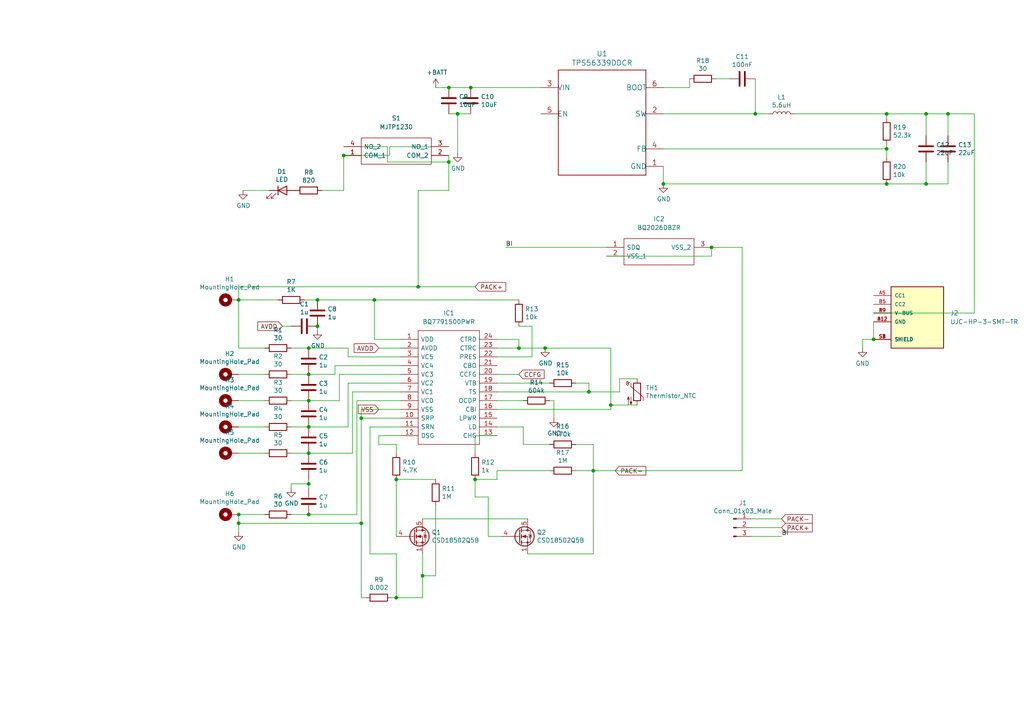
<source format=kicad_sch>
(kicad_sch (version 20211123) (generator eeschema)

  (uuid 36638eed-3018-4fa0-b050-6dd3d60aaf1d)

  (paper "A4")

  (lib_symbols
    (symbol "BQ2026DBZR:BQ2026DBZR" (pin_names (offset 0.762)) (in_bom yes) (on_board yes)
      (property "Reference" "IC" (id 0) (at 26.67 7.62 0)
        (effects (font (size 1.27 1.27)) (justify left))
      )
      (property "Value" "BQ2026DBZR" (id 1) (at 26.67 5.08 0)
        (effects (font (size 1.27 1.27)) (justify left))
      )
      (property "Footprint" "SOT95P237X112-3N" (id 2) (at 26.67 2.54 0)
        (effects (font (size 1.27 1.27)) (justify left) hide)
      )
      (property "Datasheet" "http://www.ti.com/lit/gpn/bq2026" (id 3) (at 26.67 0 0)
        (effects (font (size 1.27 1.27)) (justify left) hide)
      )
      (property "Description" "1.5K-Bit Serial EPROM with SDQ Interface" (id 4) (at 26.67 -2.54 0)
        (effects (font (size 1.27 1.27)) (justify left) hide)
      )
      (property "Height" "1.12" (id 5) (at 26.67 -5.08 0)
        (effects (font (size 1.27 1.27)) (justify left) hide)
      )
      (property "Manufacturer_Name" "Texas Instruments" (id 6) (at 26.67 -7.62 0)
        (effects (font (size 1.27 1.27)) (justify left) hide)
      )
      (property "Manufacturer_Part_Number" "BQ2026DBZR" (id 7) (at 26.67 -10.16 0)
        (effects (font (size 1.27 1.27)) (justify left) hide)
      )
      (property "Mouser Part Number" "" (id 8) (at 26.67 -12.7 0)
        (effects (font (size 1.27 1.27)) (justify left) hide)
      )
      (property "Mouser Price/Stock" "" (id 9) (at 26.67 -15.24 0)
        (effects (font (size 1.27 1.27)) (justify left) hide)
      )
      (property "Arrow Part Number" "" (id 10) (at 26.67 -17.78 0)
        (effects (font (size 1.27 1.27)) (justify left) hide)
      )
      (property "Arrow Price/Stock" "" (id 11) (at 26.67 -20.32 0)
        (effects (font (size 1.27 1.27)) (justify left) hide)
      )
      (property "Mouser Testing Part Number" "" (id 12) (at 26.67 -22.86 0)
        (effects (font (size 1.27 1.27)) (justify left) hide)
      )
      (property "Mouser Testing Price/Stock" "" (id 13) (at 26.67 -25.4 0)
        (effects (font (size 1.27 1.27)) (justify left) hide)
      )
      (property "ki_description" "1.5K-Bit Serial EPROM with SDQ Interface" (id 14) (at 0 0 0)
        (effects (font (size 1.27 1.27)) hide)
      )
      (symbol "BQ2026DBZR_0_0"
        (pin passive line (at 0 0 0) (length 5.08)
          (name "SDQ" (effects (font (size 1.27 1.27))))
          (number "1" (effects (font (size 1.27 1.27))))
        )
        (pin passive line (at 0 -2.54 0) (length 5.08)
          (name "VSS_1" (effects (font (size 1.27 1.27))))
          (number "2" (effects (font (size 1.27 1.27))))
        )
        (pin passive line (at 30.48 0 180) (length 5.08)
          (name "VSS_2" (effects (font (size 1.27 1.27))))
          (number "3" (effects (font (size 1.27 1.27))))
        )
      )
      (symbol "BQ2026DBZR_0_1"
        (polyline
          (pts
            (xy 5.08 2.54)
            (xy 25.4 2.54)
            (xy 25.4 -5.08)
            (xy 5.08 -5.08)
            (xy 5.08 2.54)
          )
          (stroke (width 0.1524) (type default) (color 0 0 0 0))
          (fill (type none))
        )
      )
    )
    (symbol "BQ7791500PWR:BQ7791500PWR" (pin_names (offset 0.762)) (in_bom yes) (on_board yes)
      (property "Reference" "IC" (id 0) (at 24.13 7.62 0)
        (effects (font (size 1.27 1.27)) (justify left))
      )
      (property "Value" "BQ7791500PWR" (id 1) (at 24.13 5.08 0)
        (effects (font (size 1.27 1.27)) (justify left))
      )
      (property "Footprint" "SOP65P640X120-24N" (id 2) (at 24.13 2.54 0)
        (effects (font (size 1.27 1.27)) (justify left) hide)
      )
      (property "Datasheet" "http://www.ti.com/lit/gpn/bq77915" (id 3) (at 24.13 0 0)
        (effects (font (size 1.27 1.27)) (justify left) hide)
      )
      (property "Description" "3-Series to 5-Series Stackable Ultra-Low-Power Primary Protector With Autonomous Cell Balancing" (id 4) (at 24.13 -2.54 0)
        (effects (font (size 1.27 1.27)) (justify left) hide)
      )
      (property "Height" "1.2" (id 5) (at 24.13 -5.08 0)
        (effects (font (size 1.27 1.27)) (justify left) hide)
      )
      (property "Manufacturer_Name" "Texas Instruments" (id 6) (at 24.13 -7.62 0)
        (effects (font (size 1.27 1.27)) (justify left) hide)
      )
      (property "Manufacturer_Part_Number" "BQ7791500PWR" (id 7) (at 24.13 -10.16 0)
        (effects (font (size 1.27 1.27)) (justify left) hide)
      )
      (property "Mouser Part Number" "595-BQ7791500PWR" (id 8) (at 24.13 -12.7 0)
        (effects (font (size 1.27 1.27)) (justify left) hide)
      )
      (property "Mouser Price/Stock" "https://www.mouser.co.uk/ProductDetail/Texas-Instruments/BQ7791500PWR?qs=F5EMLAvA7IBs7uL7im8AUA%3D%3D" (id 9) (at 24.13 -15.24 0)
        (effects (font (size 1.27 1.27)) (justify left) hide)
      )
      (property "Arrow Part Number" "BQ7791500PWR" (id 10) (at 24.13 -17.78 0)
        (effects (font (size 1.27 1.27)) (justify left) hide)
      )
      (property "Arrow Price/Stock" "https://www.arrow.com/en/products/bq7791500pwr/texas-instruments?region=nac" (id 11) (at 24.13 -20.32 0)
        (effects (font (size 1.27 1.27)) (justify left) hide)
      )
      (property "Mouser Testing Part Number" "" (id 12) (at 24.13 -22.86 0)
        (effects (font (size 1.27 1.27)) (justify left) hide)
      )
      (property "Mouser Testing Price/Stock" "" (id 13) (at 24.13 -25.4 0)
        (effects (font (size 1.27 1.27)) (justify left) hide)
      )
      (property "ki_description" "3-Series to 5-Series Stackable Ultra-Low-Power Primary Protector With Autonomous Cell Balancing" (id 14) (at 0 0 0)
        (effects (font (size 1.27 1.27)) hide)
      )
      (symbol "BQ7791500PWR_0_0"
        (pin passive line (at 0 0 0) (length 5.08)
          (name "VDD" (effects (font (size 1.27 1.27))))
          (number "1" (effects (font (size 1.27 1.27))))
        )
        (pin passive line (at 0 -22.86 0) (length 5.08)
          (name "SRP" (effects (font (size 1.27 1.27))))
          (number "10" (effects (font (size 1.27 1.27))))
        )
        (pin passive line (at 0 -25.4 0) (length 5.08)
          (name "SRN" (effects (font (size 1.27 1.27))))
          (number "11" (effects (font (size 1.27 1.27))))
        )
        (pin passive line (at 0 -27.94 0) (length 5.08)
          (name "DSG" (effects (font (size 1.27 1.27))))
          (number "12" (effects (font (size 1.27 1.27))))
        )
        (pin passive line (at 27.94 -27.94 180) (length 5.08)
          (name "CHG" (effects (font (size 1.27 1.27))))
          (number "13" (effects (font (size 1.27 1.27))))
        )
        (pin passive line (at 27.94 -25.4 180) (length 5.08)
          (name "LD" (effects (font (size 1.27 1.27))))
          (number "14" (effects (font (size 1.27 1.27))))
        )
        (pin passive line (at 27.94 -22.86 180) (length 5.08)
          (name "LPWR" (effects (font (size 1.27 1.27))))
          (number "15" (effects (font (size 1.27 1.27))))
        )
        (pin passive line (at 27.94 -20.32 180) (length 5.08)
          (name "CBI" (effects (font (size 1.27 1.27))))
          (number "16" (effects (font (size 1.27 1.27))))
        )
        (pin passive line (at 27.94 -17.78 180) (length 5.08)
          (name "OCDP" (effects (font (size 1.27 1.27))))
          (number "17" (effects (font (size 1.27 1.27))))
        )
        (pin passive line (at 27.94 -15.24 180) (length 5.08)
          (name "TS" (effects (font (size 1.27 1.27))))
          (number "18" (effects (font (size 1.27 1.27))))
        )
        (pin passive line (at 27.94 -12.7 180) (length 5.08)
          (name "VTB" (effects (font (size 1.27 1.27))))
          (number "19" (effects (font (size 1.27 1.27))))
        )
        (pin passive line (at 0 -2.54 0) (length 5.08)
          (name "AVDD" (effects (font (size 1.27 1.27))))
          (number "2" (effects (font (size 1.27 1.27))))
        )
        (pin passive line (at 27.94 -10.16 180) (length 5.08)
          (name "CCFG" (effects (font (size 1.27 1.27))))
          (number "20" (effects (font (size 1.27 1.27))))
        )
        (pin passive line (at 27.94 -7.62 180) (length 5.08)
          (name "CBO" (effects (font (size 1.27 1.27))))
          (number "21" (effects (font (size 1.27 1.27))))
        )
        (pin passive line (at 27.94 -5.08 180) (length 5.08)
          (name "PRES" (effects (font (size 1.27 1.27))))
          (number "22" (effects (font (size 1.27 1.27))))
        )
        (pin passive line (at 27.94 -2.54 180) (length 5.08)
          (name "CTRC" (effects (font (size 1.27 1.27))))
          (number "23" (effects (font (size 1.27 1.27))))
        )
        (pin passive line (at 27.94 0 180) (length 5.08)
          (name "CTRD" (effects (font (size 1.27 1.27))))
          (number "24" (effects (font (size 1.27 1.27))))
        )
        (pin passive line (at 0 -5.08 0) (length 5.08)
          (name "VC5" (effects (font (size 1.27 1.27))))
          (number "3" (effects (font (size 1.27 1.27))))
        )
        (pin passive line (at 0 -7.62 0) (length 5.08)
          (name "VC4" (effects (font (size 1.27 1.27))))
          (number "4" (effects (font (size 1.27 1.27))))
        )
        (pin passive line (at 0 -10.16 0) (length 5.08)
          (name "VC3" (effects (font (size 1.27 1.27))))
          (number "5" (effects (font (size 1.27 1.27))))
        )
        (pin passive line (at 0 -12.7 0) (length 5.08)
          (name "VC2" (effects (font (size 1.27 1.27))))
          (number "6" (effects (font (size 1.27 1.27))))
        )
        (pin passive line (at 0 -15.24 0) (length 5.08)
          (name "VC1" (effects (font (size 1.27 1.27))))
          (number "7" (effects (font (size 1.27 1.27))))
        )
        (pin passive line (at 0 -17.78 0) (length 5.08)
          (name "VC0" (effects (font (size 1.27 1.27))))
          (number "8" (effects (font (size 1.27 1.27))))
        )
        (pin passive line (at 0 -20.32 0) (length 5.08)
          (name "VSS" (effects (font (size 1.27 1.27))))
          (number "9" (effects (font (size 1.27 1.27))))
        )
      )
      (symbol "BQ7791500PWR_0_1"
        (polyline
          (pts
            (xy 5.08 2.54)
            (xy 22.86 2.54)
            (xy 22.86 -30.48)
            (xy 5.08 -30.48)
            (xy 5.08 2.54)
          )
          (stroke (width 0.1524) (type default) (color 0 0 0 0))
          (fill (type none))
        )
      )
    )
    (symbol "Connector:Conn_01x03_Male" (pin_names (offset 1.016) hide) (in_bom yes) (on_board yes)
      (property "Reference" "J" (id 0) (at 0 5.08 0)
        (effects (font (size 1.27 1.27)))
      )
      (property "Value" "Conn_01x03_Male" (id 1) (at 0 -5.08 0)
        (effects (font (size 1.27 1.27)))
      )
      (property "Footprint" "" (id 2) (at 0 0 0)
        (effects (font (size 1.27 1.27)) hide)
      )
      (property "Datasheet" "~" (id 3) (at 0 0 0)
        (effects (font (size 1.27 1.27)) hide)
      )
      (property "ki_keywords" "connector" (id 4) (at 0 0 0)
        (effects (font (size 1.27 1.27)) hide)
      )
      (property "ki_description" "Generic connector, single row, 01x03, script generated (kicad-library-utils/schlib/autogen/connector/)" (id 5) (at 0 0 0)
        (effects (font (size 1.27 1.27)) hide)
      )
      (property "ki_fp_filters" "Connector*:*_1x??_*" (id 6) (at 0 0 0)
        (effects (font (size 1.27 1.27)) hide)
      )
      (symbol "Conn_01x03_Male_1_1"
        (polyline
          (pts
            (xy 1.27 -2.54)
            (xy 0.8636 -2.54)
          )
          (stroke (width 0.1524) (type default) (color 0 0 0 0))
          (fill (type none))
        )
        (polyline
          (pts
            (xy 1.27 0)
            (xy 0.8636 0)
          )
          (stroke (width 0.1524) (type default) (color 0 0 0 0))
          (fill (type none))
        )
        (polyline
          (pts
            (xy 1.27 2.54)
            (xy 0.8636 2.54)
          )
          (stroke (width 0.1524) (type default) (color 0 0 0 0))
          (fill (type none))
        )
        (rectangle (start 0.8636 -2.413) (end 0 -2.667)
          (stroke (width 0.1524) (type default) (color 0 0 0 0))
          (fill (type outline))
        )
        (rectangle (start 0.8636 0.127) (end 0 -0.127)
          (stroke (width 0.1524) (type default) (color 0 0 0 0))
          (fill (type outline))
        )
        (rectangle (start 0.8636 2.667) (end 0 2.413)
          (stroke (width 0.1524) (type default) (color 0 0 0 0))
          (fill (type outline))
        )
        (pin passive line (at 5.08 2.54 180) (length 3.81)
          (name "Pin_1" (effects (font (size 1.27 1.27))))
          (number "1" (effects (font (size 1.27 1.27))))
        )
        (pin passive line (at 5.08 0 180) (length 3.81)
          (name "Pin_2" (effects (font (size 1.27 1.27))))
          (number "2" (effects (font (size 1.27 1.27))))
        )
        (pin passive line (at 5.08 -2.54 180) (length 3.81)
          (name "Pin_3" (effects (font (size 1.27 1.27))))
          (number "3" (effects (font (size 1.27 1.27))))
        )
      )
    )
    (symbol "Device:C" (pin_numbers hide) (pin_names (offset 0.254)) (in_bom yes) (on_board yes)
      (property "Reference" "C" (id 0) (at 0.635 2.54 0)
        (effects (font (size 1.27 1.27)) (justify left))
      )
      (property "Value" "C" (id 1) (at 0.635 -2.54 0)
        (effects (font (size 1.27 1.27)) (justify left))
      )
      (property "Footprint" "" (id 2) (at 0.9652 -3.81 0)
        (effects (font (size 1.27 1.27)) hide)
      )
      (property "Datasheet" "~" (id 3) (at 0 0 0)
        (effects (font (size 1.27 1.27)) hide)
      )
      (property "ki_keywords" "cap capacitor" (id 4) (at 0 0 0)
        (effects (font (size 1.27 1.27)) hide)
      )
      (property "ki_description" "Unpolarized capacitor" (id 5) (at 0 0 0)
        (effects (font (size 1.27 1.27)) hide)
      )
      (property "ki_fp_filters" "C_*" (id 6) (at 0 0 0)
        (effects (font (size 1.27 1.27)) hide)
      )
      (symbol "C_0_1"
        (polyline
          (pts
            (xy -2.032 -0.762)
            (xy 2.032 -0.762)
          )
          (stroke (width 0.508) (type default) (color 0 0 0 0))
          (fill (type none))
        )
        (polyline
          (pts
            (xy -2.032 0.762)
            (xy 2.032 0.762)
          )
          (stroke (width 0.508) (type default) (color 0 0 0 0))
          (fill (type none))
        )
      )
      (symbol "C_1_1"
        (pin passive line (at 0 3.81 270) (length 2.794)
          (name "~" (effects (font (size 1.27 1.27))))
          (number "1" (effects (font (size 1.27 1.27))))
        )
        (pin passive line (at 0 -3.81 90) (length 2.794)
          (name "~" (effects (font (size 1.27 1.27))))
          (number "2" (effects (font (size 1.27 1.27))))
        )
      )
    )
    (symbol "Device:L" (pin_numbers hide) (pin_names (offset 1.016) hide) (in_bom yes) (on_board yes)
      (property "Reference" "L" (id 0) (at -1.27 0 90)
        (effects (font (size 1.27 1.27)))
      )
      (property "Value" "L" (id 1) (at 1.905 0 90)
        (effects (font (size 1.27 1.27)))
      )
      (property "Footprint" "" (id 2) (at 0 0 0)
        (effects (font (size 1.27 1.27)) hide)
      )
      (property "Datasheet" "~" (id 3) (at 0 0 0)
        (effects (font (size 1.27 1.27)) hide)
      )
      (property "ki_keywords" "inductor choke coil reactor magnetic" (id 4) (at 0 0 0)
        (effects (font (size 1.27 1.27)) hide)
      )
      (property "ki_description" "Inductor" (id 5) (at 0 0 0)
        (effects (font (size 1.27 1.27)) hide)
      )
      (property "ki_fp_filters" "Choke_* *Coil* Inductor_* L_*" (id 6) (at 0 0 0)
        (effects (font (size 1.27 1.27)) hide)
      )
      (symbol "L_0_1"
        (arc (start 0 -2.54) (mid 0.635 -1.905) (end 0 -1.27)
          (stroke (width 0) (type default) (color 0 0 0 0))
          (fill (type none))
        )
        (arc (start 0 -1.27) (mid 0.635 -0.635) (end 0 0)
          (stroke (width 0) (type default) (color 0 0 0 0))
          (fill (type none))
        )
        (arc (start 0 0) (mid 0.635 0.635) (end 0 1.27)
          (stroke (width 0) (type default) (color 0 0 0 0))
          (fill (type none))
        )
        (arc (start 0 1.27) (mid 0.635 1.905) (end 0 2.54)
          (stroke (width 0) (type default) (color 0 0 0 0))
          (fill (type none))
        )
      )
      (symbol "L_1_1"
        (pin passive line (at 0 3.81 270) (length 1.27)
          (name "1" (effects (font (size 1.27 1.27))))
          (number "1" (effects (font (size 1.27 1.27))))
        )
        (pin passive line (at 0 -3.81 90) (length 1.27)
          (name "2" (effects (font (size 1.27 1.27))))
          (number "2" (effects (font (size 1.27 1.27))))
        )
      )
    )
    (symbol "Device:LED" (pin_numbers hide) (pin_names (offset 1.016) hide) (in_bom yes) (on_board yes)
      (property "Reference" "D" (id 0) (at 0 2.54 0)
        (effects (font (size 1.27 1.27)))
      )
      (property "Value" "LED" (id 1) (at 0 -2.54 0)
        (effects (font (size 1.27 1.27)))
      )
      (property "Footprint" "" (id 2) (at 0 0 0)
        (effects (font (size 1.27 1.27)) hide)
      )
      (property "Datasheet" "~" (id 3) (at 0 0 0)
        (effects (font (size 1.27 1.27)) hide)
      )
      (property "ki_keywords" "LED diode" (id 4) (at 0 0 0)
        (effects (font (size 1.27 1.27)) hide)
      )
      (property "ki_description" "Light emitting diode" (id 5) (at 0 0 0)
        (effects (font (size 1.27 1.27)) hide)
      )
      (property "ki_fp_filters" "LED* LED_SMD:* LED_THT:*" (id 6) (at 0 0 0)
        (effects (font (size 1.27 1.27)) hide)
      )
      (symbol "LED_0_1"
        (polyline
          (pts
            (xy -1.27 -1.27)
            (xy -1.27 1.27)
          )
          (stroke (width 0.254) (type default) (color 0 0 0 0))
          (fill (type none))
        )
        (polyline
          (pts
            (xy -1.27 0)
            (xy 1.27 0)
          )
          (stroke (width 0) (type default) (color 0 0 0 0))
          (fill (type none))
        )
        (polyline
          (pts
            (xy 1.27 -1.27)
            (xy 1.27 1.27)
            (xy -1.27 0)
            (xy 1.27 -1.27)
          )
          (stroke (width 0.254) (type default) (color 0 0 0 0))
          (fill (type none))
        )
        (polyline
          (pts
            (xy -3.048 -0.762)
            (xy -4.572 -2.286)
            (xy -3.81 -2.286)
            (xy -4.572 -2.286)
            (xy -4.572 -1.524)
          )
          (stroke (width 0) (type default) (color 0 0 0 0))
          (fill (type none))
        )
        (polyline
          (pts
            (xy -1.778 -0.762)
            (xy -3.302 -2.286)
            (xy -2.54 -2.286)
            (xy -3.302 -2.286)
            (xy -3.302 -1.524)
          )
          (stroke (width 0) (type default) (color 0 0 0 0))
          (fill (type none))
        )
      )
      (symbol "LED_1_1"
        (pin passive line (at -3.81 0 0) (length 2.54)
          (name "K" (effects (font (size 1.27 1.27))))
          (number "1" (effects (font (size 1.27 1.27))))
        )
        (pin passive line (at 3.81 0 180) (length 2.54)
          (name "A" (effects (font (size 1.27 1.27))))
          (number "2" (effects (font (size 1.27 1.27))))
        )
      )
    )
    (symbol "Device:R" (pin_numbers hide) (pin_names (offset 0)) (in_bom yes) (on_board yes)
      (property "Reference" "R" (id 0) (at 2.032 0 90)
        (effects (font (size 1.27 1.27)))
      )
      (property "Value" "R" (id 1) (at 0 0 90)
        (effects (font (size 1.27 1.27)))
      )
      (property "Footprint" "" (id 2) (at -1.778 0 90)
        (effects (font (size 1.27 1.27)) hide)
      )
      (property "Datasheet" "~" (id 3) (at 0 0 0)
        (effects (font (size 1.27 1.27)) hide)
      )
      (property "ki_keywords" "R res resistor" (id 4) (at 0 0 0)
        (effects (font (size 1.27 1.27)) hide)
      )
      (property "ki_description" "Resistor" (id 5) (at 0 0 0)
        (effects (font (size 1.27 1.27)) hide)
      )
      (property "ki_fp_filters" "R_*" (id 6) (at 0 0 0)
        (effects (font (size 1.27 1.27)) hide)
      )
      (symbol "R_0_1"
        (rectangle (start -1.016 -2.54) (end 1.016 2.54)
          (stroke (width 0.254) (type default) (color 0 0 0 0))
          (fill (type none))
        )
      )
      (symbol "R_1_1"
        (pin passive line (at 0 3.81 270) (length 1.27)
          (name "~" (effects (font (size 1.27 1.27))))
          (number "1" (effects (font (size 1.27 1.27))))
        )
        (pin passive line (at 0 -3.81 90) (length 1.27)
          (name "~" (effects (font (size 1.27 1.27))))
          (number "2" (effects (font (size 1.27 1.27))))
        )
      )
    )
    (symbol "Device:Thermistor_NTC" (pin_numbers hide) (pin_names (offset 0)) (in_bom yes) (on_board yes)
      (property "Reference" "TH" (id 0) (at -4.445 0 90)
        (effects (font (size 1.27 1.27)))
      )
      (property "Value" "Thermistor_NTC" (id 1) (at 3.175 0 90)
        (effects (font (size 1.27 1.27)))
      )
      (property "Footprint" "" (id 2) (at 0 1.27 0)
        (effects (font (size 1.27 1.27)) hide)
      )
      (property "Datasheet" "~" (id 3) (at 0 1.27 0)
        (effects (font (size 1.27 1.27)) hide)
      )
      (property "ki_keywords" "thermistor NTC resistor sensor RTD" (id 4) (at 0 0 0)
        (effects (font (size 1.27 1.27)) hide)
      )
      (property "ki_description" "Temperature dependent resistor, negative temperature coefficient" (id 5) (at 0 0 0)
        (effects (font (size 1.27 1.27)) hide)
      )
      (property "ki_fp_filters" "*NTC* *Thermistor* PIN?ARRAY* bornier* *Terminal?Block* R_*" (id 6) (at 0 0 0)
        (effects (font (size 1.27 1.27)) hide)
      )
      (symbol "Thermistor_NTC_0_1"
        (arc (start -3.048 2.159) (mid -3.0495 2.3143) (end -3.175 2.413)
          (stroke (width 0) (type default) (color 0 0 0 0))
          (fill (type none))
        )
        (arc (start -3.048 2.159) (mid -2.9736 1.9794) (end -2.794 1.905)
          (stroke (width 0) (type default) (color 0 0 0 0))
          (fill (type none))
        )
        (arc (start -3.048 2.794) (mid -2.9736 2.6144) (end -2.794 2.54)
          (stroke (width 0) (type default) (color 0 0 0 0))
          (fill (type none))
        )
        (arc (start -2.794 1.905) (mid -2.6144 1.9794) (end -2.54 2.159)
          (stroke (width 0) (type default) (color 0 0 0 0))
          (fill (type none))
        )
        (arc (start -2.794 2.54) (mid -2.4393 2.5587) (end -2.159 2.794)
          (stroke (width 0) (type default) (color 0 0 0 0))
          (fill (type none))
        )
        (arc (start -2.794 3.048) (mid -2.9736 2.9736) (end -3.048 2.794)
          (stroke (width 0) (type default) (color 0 0 0 0))
          (fill (type none))
        )
        (arc (start -2.54 2.794) (mid -2.6144 2.9736) (end -2.794 3.048)
          (stroke (width 0) (type default) (color 0 0 0 0))
          (fill (type none))
        )
        (rectangle (start -1.016 2.54) (end 1.016 -2.54)
          (stroke (width 0.254) (type default) (color 0 0 0 0))
          (fill (type none))
        )
        (polyline
          (pts
            (xy -2.54 2.159)
            (xy -2.54 2.794)
          )
          (stroke (width 0) (type default) (color 0 0 0 0))
          (fill (type none))
        )
        (polyline
          (pts
            (xy -1.778 2.54)
            (xy -1.778 1.524)
            (xy 1.778 -1.524)
            (xy 1.778 -2.54)
          )
          (stroke (width 0) (type default) (color 0 0 0 0))
          (fill (type none))
        )
        (polyline
          (pts
            (xy -2.54 -3.683)
            (xy -2.54 -1.397)
            (xy -2.794 -2.159)
            (xy -2.286 -2.159)
            (xy -2.54 -1.397)
            (xy -2.54 -1.651)
          )
          (stroke (width 0) (type default) (color 0 0 0 0))
          (fill (type outline))
        )
        (polyline
          (pts
            (xy -1.778 -1.397)
            (xy -1.778 -3.683)
            (xy -2.032 -2.921)
            (xy -1.524 -2.921)
            (xy -1.778 -3.683)
            (xy -1.778 -3.429)
          )
          (stroke (width 0) (type default) (color 0 0 0 0))
          (fill (type outline))
        )
      )
      (symbol "Thermistor_NTC_1_1"
        (pin passive line (at 0 3.81 270) (length 1.27)
          (name "~" (effects (font (size 1.27 1.27))))
          (number "1" (effects (font (size 1.27 1.27))))
        )
        (pin passive line (at 0 -3.81 90) (length 1.27)
          (name "~" (effects (font (size 1.27 1.27))))
          (number "2" (effects (font (size 1.27 1.27))))
        )
      )
    )
    (symbol "MJTP1230:MJTP1230" (pin_names (offset 0.762)) (in_bom yes) (on_board yes)
      (property "Reference" "S" (id 0) (at 26.67 7.62 0)
        (effects (font (size 1.27 1.27)) (justify left))
      )
      (property "Value" "MJTP1230" (id 1) (at 26.67 5.08 0)
        (effects (font (size 1.27 1.27)) (justify left))
      )
      (property "Footprint" "MJTP1230" (id 2) (at 26.67 2.54 0)
        (effects (font (size 1.27 1.27)) (justify left) hide)
      )
      (property "Datasheet" "https://componentsearchengine.com/Datasheets/2/MJTP1230.pdf" (id 3) (at 26.67 0 0)
        (effects (font (size 1.27 1.27)) (justify left) hide)
      )
      (property "Description" "Tactile Switches 6mm TACTILE SW" (id 4) (at 26.67 -2.54 0)
        (effects (font (size 1.27 1.27)) (justify left) hide)
      )
      (property "Height" "5" (id 5) (at 26.67 -5.08 0)
        (effects (font (size 1.27 1.27)) (justify left) hide)
      )
      (property "Manufacturer_Name" "Apem" (id 6) (at 26.67 -7.62 0)
        (effects (font (size 1.27 1.27)) (justify left) hide)
      )
      (property "Manufacturer_Part_Number" "MJTP1230" (id 7) (at 26.67 -10.16 0)
        (effects (font (size 1.27 1.27)) (justify left) hide)
      )
      (property "Mouser Part Number" "642-MJTP1230" (id 8) (at 26.67 -12.7 0)
        (effects (font (size 1.27 1.27)) (justify left) hide)
      )
      (property "Mouser Price/Stock" "https://www.mouser.co.uk/ProductDetail/Apem/MJTP1230?qs=ooeArD5nza9YuOFpo4pJ2Q%3D%3D" (id 9) (at 26.67 -15.24 0)
        (effects (font (size 1.27 1.27)) (justify left) hide)
      )
      (property "Arrow Part Number" "" (id 10) (at 26.67 -17.78 0)
        (effects (font (size 1.27 1.27)) (justify left) hide)
      )
      (property "Arrow Price/Stock" "" (id 11) (at 26.67 -20.32 0)
        (effects (font (size 1.27 1.27)) (justify left) hide)
      )
      (property "Mouser Testing Part Number" "" (id 12) (at 26.67 -22.86 0)
        (effects (font (size 1.27 1.27)) (justify left) hide)
      )
      (property "Mouser Testing Price/Stock" "" (id 13) (at 26.67 -25.4 0)
        (effects (font (size 1.27 1.27)) (justify left) hide)
      )
      (property "ki_description" "Tactile Switches 6mm TACTILE SW" (id 14) (at 0 0 0)
        (effects (font (size 1.27 1.27)) hide)
      )
      (symbol "MJTP1230_0_0"
        (pin passive line (at 0 -2.54 0) (length 5.08)
          (name "COM_1" (effects (font (size 1.27 1.27))))
          (number "1" (effects (font (size 1.27 1.27))))
        )
        (pin passive line (at 30.48 -2.54 180) (length 5.08)
          (name "COM_2" (effects (font (size 1.27 1.27))))
          (number "2" (effects (font (size 1.27 1.27))))
        )
        (pin passive line (at 30.48 0 180) (length 5.08)
          (name "NO_1" (effects (font (size 1.27 1.27))))
          (number "3" (effects (font (size 1.27 1.27))))
        )
        (pin passive line (at 0 0 0) (length 5.08)
          (name "NO_2" (effects (font (size 1.27 1.27))))
          (number "4" (effects (font (size 1.27 1.27))))
        )
      )
      (symbol "MJTP1230_0_1"
        (polyline
          (pts
            (xy 5.08 2.54)
            (xy 25.4 2.54)
            (xy 25.4 -5.08)
            (xy 5.08 -5.08)
            (xy 5.08 2.54)
          )
          (stroke (width 0.1524) (type default) (color 0 0 0 0))
          (fill (type none))
        )
      )
    )
    (symbol "Mechanical:MountingHole_Pad" (pin_numbers hide) (pin_names (offset 1.016) hide) (in_bom yes) (on_board yes)
      (property "Reference" "H" (id 0) (at 0 6.35 0)
        (effects (font (size 1.27 1.27)))
      )
      (property "Value" "MountingHole_Pad" (id 1) (at 0 4.445 0)
        (effects (font (size 1.27 1.27)))
      )
      (property "Footprint" "" (id 2) (at 0 0 0)
        (effects (font (size 1.27 1.27)) hide)
      )
      (property "Datasheet" "~" (id 3) (at 0 0 0)
        (effects (font (size 1.27 1.27)) hide)
      )
      (property "ki_keywords" "mounting hole" (id 4) (at 0 0 0)
        (effects (font (size 1.27 1.27)) hide)
      )
      (property "ki_description" "Mounting Hole with connection" (id 5) (at 0 0 0)
        (effects (font (size 1.27 1.27)) hide)
      )
      (property "ki_fp_filters" "MountingHole*Pad*" (id 6) (at 0 0 0)
        (effects (font (size 1.27 1.27)) hide)
      )
      (symbol "MountingHole_Pad_0_1"
        (circle (center 0 1.27) (radius 1.27)
          (stroke (width 1.27) (type default) (color 0 0 0 0))
          (fill (type none))
        )
      )
      (symbol "MountingHole_Pad_1_1"
        (pin input line (at 0 -2.54 90) (length 2.54)
          (name "1" (effects (font (size 1.27 1.27))))
          (number "1" (effects (font (size 1.27 1.27))))
        )
      )
    )
    (symbol "PowerBankV0.2:TPS56339DDCR" (pin_names (offset -0.254)) (in_bom yes) (on_board yes)
      (property "Reference" "U" (id 0) (at 0 2.54 0)
        (effects (font (size 1.524 1.524)))
      )
      (property "Value" "TPS56339DDCR" (id 1) (at 0 0 0)
        (effects (font (size 1.524 1.524)))
      )
      (property "Footprint" "DDC0006A_N" (id 2) (at 0 -1.524 0)
        (effects (font (size 1.524 1.524)) hide)
      )
      (property "Datasheet" "" (id 3) (at 0 0 0)
        (effects (font (size 1.524 1.524)))
      )
      (property "ki_locked" "" (id 4) (at 0 0 0)
        (effects (font (size 1.27 1.27)))
      )
      (property "ki_fp_filters" "DDC0006A_N DDC0006A_M DDC0006A_L" (id 5) (at 0 0 0)
        (effects (font (size 1.27 1.27)) hide)
      )
      (symbol "TPS56339DDCR_1_1"
        (polyline
          (pts
            (xy -12.7 -15.24)
            (xy 12.7 -15.24)
          )
          (stroke (width 0.2032) (type default) (color 0 0 0 0))
          (fill (type none))
        )
        (polyline
          (pts
            (xy -12.7 15.24)
            (xy -12.7 -15.24)
          )
          (stroke (width 0.2032) (type default) (color 0 0 0 0))
          (fill (type none))
        )
        (polyline
          (pts
            (xy 12.7 -15.24)
            (xy 12.7 15.24)
          )
          (stroke (width 0.2032) (type default) (color 0 0 0 0))
          (fill (type none))
        )
        (polyline
          (pts
            (xy 12.7 15.24)
            (xy -12.7 15.24)
          )
          (stroke (width 0.2032) (type default) (color 0 0 0 0))
          (fill (type none))
        )
        (pin power_in line (at 17.78 -12.7 180) (length 5.08)
          (name "GND" (effects (font (size 1.4986 1.4986))))
          (number "1" (effects (font (size 1.4986 1.4986))))
        )
        (pin power_in line (at 17.78 2.54 180) (length 5.08)
          (name "SW" (effects (font (size 1.4986 1.4986))))
          (number "2" (effects (font (size 1.4986 1.4986))))
        )
        (pin power_in line (at -17.78 10.16 0) (length 5.08)
          (name "VIN" (effects (font (size 1.4986 1.4986))))
          (number "3" (effects (font (size 1.4986 1.4986))))
        )
        (pin input line (at 17.78 -7.62 180) (length 5.08)
          (name "FB" (effects (font (size 1.4986 1.4986))))
          (number "4" (effects (font (size 1.4986 1.4986))))
        )
        (pin input line (at -17.78 2.54 0) (length 5.08)
          (name "EN" (effects (font (size 1.4986 1.4986))))
          (number "5" (effects (font (size 1.4986 1.4986))))
        )
        (pin power_in line (at 17.78 10.16 180) (length 5.08)
          (name "BOOT" (effects (font (size 1.4986 1.4986))))
          (number "6" (effects (font (size 1.4986 1.4986))))
        )
      )
    )
    (symbol "Transistor_FET:CSD18502Q5B" (pin_names hide) (in_bom yes) (on_board yes)
      (property "Reference" "Q" (id 0) (at 5.08 1.905 0)
        (effects (font (size 1.27 1.27)) (justify left))
      )
      (property "Value" "CSD18502Q5B" (id 1) (at 5.08 0 0)
        (effects (font (size 1.27 1.27)) (justify left))
      )
      (property "Footprint" "Package_TO_SOT_SMD:TDSON-8-1" (id 2) (at 5.08 -1.905 0)
        (effects (font (size 1.27 1.27) italic) (justify left) hide)
      )
      (property "Datasheet" "http://www.ti.com/lit/gpn/csd18502q5b" (id 3) (at 0 0 90)
        (effects (font (size 1.27 1.27)) (justify left) hide)
      )
      (property "ki_keywords" "NexFET Power MOSFET N-MOS" (id 4) (at 0 0 0)
        (effects (font (size 1.27 1.27)) hide)
      )
      (property "ki_description" "100A Id, 40V Vds, NexFET N-Channel Power MOSFET, 2.3mOhm Ron, 52nC Qg(typ), SON8 5x6mm" (id 5) (at 0 0 0)
        (effects (font (size 1.27 1.27)) hide)
      )
      (property "ki_fp_filters" "TDSON*" (id 6) (at 0 0 0)
        (effects (font (size 1.27 1.27)) hide)
      )
      (symbol "CSD18502Q5B_0_1"
        (polyline
          (pts
            (xy 0.254 0)
            (xy -2.54 0)
          )
          (stroke (width 0) (type default) (color 0 0 0 0))
          (fill (type none))
        )
        (polyline
          (pts
            (xy 0.254 1.905)
            (xy 0.254 -1.905)
          )
          (stroke (width 0.254) (type default) (color 0 0 0 0))
          (fill (type none))
        )
        (polyline
          (pts
            (xy 0.762 -1.27)
            (xy 0.762 -2.286)
          )
          (stroke (width 0.254) (type default) (color 0 0 0 0))
          (fill (type none))
        )
        (polyline
          (pts
            (xy 0.762 0.508)
            (xy 0.762 -0.508)
          )
          (stroke (width 0.254) (type default) (color 0 0 0 0))
          (fill (type none))
        )
        (polyline
          (pts
            (xy 0.762 2.286)
            (xy 0.762 1.27)
          )
          (stroke (width 0.254) (type default) (color 0 0 0 0))
          (fill (type none))
        )
        (polyline
          (pts
            (xy 2.54 2.54)
            (xy 2.54 1.778)
          )
          (stroke (width 0) (type default) (color 0 0 0 0))
          (fill (type none))
        )
        (polyline
          (pts
            (xy 2.54 -2.54)
            (xy 2.54 0)
            (xy 0.762 0)
          )
          (stroke (width 0) (type default) (color 0 0 0 0))
          (fill (type none))
        )
        (polyline
          (pts
            (xy 0.762 -1.778)
            (xy 3.302 -1.778)
            (xy 3.302 1.778)
            (xy 0.762 1.778)
          )
          (stroke (width 0) (type default) (color 0 0 0 0))
          (fill (type none))
        )
        (polyline
          (pts
            (xy 1.016 0)
            (xy 2.032 0.381)
            (xy 2.032 -0.381)
            (xy 1.016 0)
          )
          (stroke (width 0) (type default) (color 0 0 0 0))
          (fill (type outline))
        )
        (polyline
          (pts
            (xy 2.794 0.508)
            (xy 2.921 0.381)
            (xy 3.683 0.381)
            (xy 3.81 0.254)
          )
          (stroke (width 0) (type default) (color 0 0 0 0))
          (fill (type none))
        )
        (polyline
          (pts
            (xy 3.302 0.381)
            (xy 2.921 -0.254)
            (xy 3.683 -0.254)
            (xy 3.302 0.381)
          )
          (stroke (width 0) (type default) (color 0 0 0 0))
          (fill (type none))
        )
        (circle (center 1.651 0) (radius 2.794)
          (stroke (width 0.254) (type default) (color 0 0 0 0))
          (fill (type none))
        )
        (circle (center 2.54 -1.778) (radius 0.254)
          (stroke (width 0) (type default) (color 0 0 0 0))
          (fill (type outline))
        )
        (circle (center 2.54 1.778) (radius 0.254)
          (stroke (width 0) (type default) (color 0 0 0 0))
          (fill (type outline))
        )
      )
      (symbol "CSD18502Q5B_1_1"
        (pin passive line (at 2.54 -5.08 90) (length 2.54)
          (name "S" (effects (font (size 1.27 1.27))))
          (number "1" (effects (font (size 1.27 1.27))))
        )
        (pin passive line (at 2.54 -5.08 90) (length 2.54) hide
          (name "S" (effects (font (size 1.27 1.27))))
          (number "2" (effects (font (size 1.27 1.27))))
        )
        (pin passive line (at 2.54 -5.08 90) (length 2.54) hide
          (name "S" (effects (font (size 1.27 1.27))))
          (number "3" (effects (font (size 1.27 1.27))))
        )
        (pin passive line (at -5.08 0 0) (length 2.54)
          (name "G" (effects (font (size 1.27 1.27))))
          (number "4" (effects (font (size 1.27 1.27))))
        )
        (pin passive line (at 2.54 5.08 270) (length 2.54)
          (name "D" (effects (font (size 1.27 1.27))))
          (number "5" (effects (font (size 1.27 1.27))))
        )
      )
    )
    (symbol "UJC-HP-3-SMT-TR:UJC-HP-3-SMT-TR" (pin_names (offset 1.016)) (in_bom yes) (on_board yes)
      (property "Reference" "J" (id 0) (at -7.62 8.89 0)
        (effects (font (size 1.27 1.27)) (justify left bottom))
      )
      (property "Value" "UJC-HP-3-SMT-TR" (id 1) (at -7.62 -11.43 0)
        (effects (font (size 1.27 1.27)) (justify left bottom))
      )
      (property "Footprint" "CUI_UJC-HP-3-SMT-TR" (id 2) (at 0 0 0)
        (effects (font (size 1.27 1.27)) (justify left bottom) hide)
      )
      (property "Datasheet" "" (id 3) (at 0 0 0)
        (effects (font (size 1.27 1.27)) (justify left bottom) hide)
      )
      (property "MANUFACTURER" "CUI Devices" (id 4) (at 0 0 0)
        (effects (font (size 1.27 1.27)) (justify left bottom) hide)
      )
      (property "MAXIMUM_PACKAGE_HEIGHT" "3.16mm" (id 5) (at 0 0 0)
        (effects (font (size 1.27 1.27)) (justify left bottom) hide)
      )
      (property "STANDARD" "Manufacturer recommendations" (id 6) (at 0 0 0)
        (effects (font (size 1.27 1.27)) (justify left bottom) hide)
      )
      (property "PARTREV" "04/30/2020" (id 7) (at 0 0 0)
        (effects (font (size 1.27 1.27)) (justify left bottom) hide)
      )
      (property "ki_locked" "" (id 8) (at 0 0 0)
        (effects (font (size 1.27 1.27)))
      )
      (symbol "UJC-HP-3-SMT-TR_0_0"
        (rectangle (start -7.62 -10.16) (end 7.62 7.62)
          (stroke (width 0.254) (type default) (color 0 0 0 0))
          (fill (type background))
        )
        (pin power_in line (at -12.7 -2.54 0) (length 5.08)
          (name "GND" (effects (font (size 1.016 1.016))))
          (number "A12" (effects (font (size 1.016 1.016))))
        )
        (pin bidirectional line (at -12.7 5.08 0) (length 5.08)
          (name "CC1" (effects (font (size 1.016 1.016))))
          (number "A5" (effects (font (size 1.016 1.016))))
        )
        (pin power_in line (at -12.7 0 0) (length 5.08)
          (name "V-BUS" (effects (font (size 1.016 1.016))))
          (number "A9" (effects (font (size 1.016 1.016))))
        )
        (pin power_in line (at -12.7 -2.54 0) (length 5.08)
          (name "GND" (effects (font (size 1.016 1.016))))
          (number "B12" (effects (font (size 1.016 1.016))))
        )
        (pin bidirectional line (at -12.7 2.54 0) (length 5.08)
          (name "CC2" (effects (font (size 1.016 1.016))))
          (number "B5" (effects (font (size 1.016 1.016))))
        )
        (pin power_in line (at -12.7 0 0) (length 5.08)
          (name "V-BUS" (effects (font (size 1.016 1.016))))
          (number "B9" (effects (font (size 1.016 1.016))))
        )
        (pin passive line (at -12.7 -7.62 0) (length 5.08)
          (name "SHIELD" (effects (font (size 1.016 1.016))))
          (number "S1" (effects (font (size 1.016 1.016))))
        )
        (pin passive line (at -12.7 -7.62 0) (length 5.08)
          (name "SHIELD" (effects (font (size 1.016 1.016))))
          (number "S2" (effects (font (size 1.016 1.016))))
        )
        (pin passive line (at -12.7 -7.62 0) (length 5.08)
          (name "SHIELD" (effects (font (size 1.016 1.016))))
          (number "S3" (effects (font (size 1.016 1.016))))
        )
        (pin passive line (at -12.7 -7.62 0) (length 5.08)
          (name "SHIELD" (effects (font (size 1.016 1.016))))
          (number "S4" (effects (font (size 1.016 1.016))))
        )
      )
    )
    (symbol "power:+BATT" (power) (pin_names (offset 0)) (in_bom yes) (on_board yes)
      (property "Reference" "#PWR" (id 0) (at 0 -3.81 0)
        (effects (font (size 1.27 1.27)) hide)
      )
      (property "Value" "+BATT" (id 1) (at 0 3.556 0)
        (effects (font (size 1.27 1.27)))
      )
      (property "Footprint" "" (id 2) (at 0 0 0)
        (effects (font (size 1.27 1.27)) hide)
      )
      (property "Datasheet" "" (id 3) (at 0 0 0)
        (effects (font (size 1.27 1.27)) hide)
      )
      (property "ki_keywords" "power-flag battery" (id 4) (at 0 0 0)
        (effects (font (size 1.27 1.27)) hide)
      )
      (property "ki_description" "Power symbol creates a global label with name \"+BATT\"" (id 5) (at 0 0 0)
        (effects (font (size 1.27 1.27)) hide)
      )
      (symbol "+BATT_0_1"
        (polyline
          (pts
            (xy -0.762 1.27)
            (xy 0 2.54)
          )
          (stroke (width 0) (type default) (color 0 0 0 0))
          (fill (type none))
        )
        (polyline
          (pts
            (xy 0 0)
            (xy 0 2.54)
          )
          (stroke (width 0) (type default) (color 0 0 0 0))
          (fill (type none))
        )
        (polyline
          (pts
            (xy 0 2.54)
            (xy 0.762 1.27)
          )
          (stroke (width 0) (type default) (color 0 0 0 0))
          (fill (type none))
        )
      )
      (symbol "+BATT_1_1"
        (pin power_in line (at 0 0 90) (length 0) hide
          (name "+BATT" (effects (font (size 1.27 1.27))))
          (number "1" (effects (font (size 1.27 1.27))))
        )
      )
    )
    (symbol "power:GND" (power) (pin_names (offset 0)) (in_bom yes) (on_board yes)
      (property "Reference" "#PWR" (id 0) (at 0 -6.35 0)
        (effects (font (size 1.27 1.27)) hide)
      )
      (property "Value" "GND" (id 1) (at 0 -3.81 0)
        (effects (font (size 1.27 1.27)))
      )
      (property "Footprint" "" (id 2) (at 0 0 0)
        (effects (font (size 1.27 1.27)) hide)
      )
      (property "Datasheet" "" (id 3) (at 0 0 0)
        (effects (font (size 1.27 1.27)) hide)
      )
      (property "ki_keywords" "power-flag" (id 4) (at 0 0 0)
        (effects (font (size 1.27 1.27)) hide)
      )
      (property "ki_description" "Power symbol creates a global label with name \"GND\" , ground" (id 5) (at 0 0 0)
        (effects (font (size 1.27 1.27)) hide)
      )
      (symbol "GND_0_1"
        (polyline
          (pts
            (xy 0 0)
            (xy 0 -1.27)
            (xy 1.27 -1.27)
            (xy 0 -2.54)
            (xy -1.27 -1.27)
            (xy 0 -1.27)
          )
          (stroke (width 0) (type default) (color 0 0 0 0))
          (fill (type none))
        )
      )
      (symbol "GND_1_1"
        (pin power_in line (at 0 0 270) (length 0) hide
          (name "GND" (effects (font (size 1.27 1.27))))
          (number "1" (effects (font (size 1.27 1.27))))
        )
      )
    )
  )

  (junction (at 206.375 71.755) (diameter 0) (color 0 0 0 0)
    (uuid 01f72eb2-8e32-46cf-a56c-622f457e71f1)
  )
  (junction (at 89.535 108.585) (diameter 0) (color 0 0 0 0)
    (uuid 07c2ab30-ae2b-44e7-a48c-52cb40f0b3db)
  )
  (junction (at 99.695 45.085) (diameter 0) (color 0 0 0 0)
    (uuid 0c6f5b70-68ba-46dc-8e65-f9ae9fd28d3e)
  )
  (junction (at 69.215 149.225) (diameter 0) (color 0 0 0 0)
    (uuid 0fe04585-d940-4b91-a957-d9567bf74028)
  )
  (junction (at 89.535 100.965) (diameter 0) (color 0 0 0 0)
    (uuid 16104966-1471-4c7b-9ba5-8bad7aaec5e3)
  )
  (junction (at 89.535 140.335) (diameter 0) (color 0 0 0 0)
    (uuid 1a1e8e9e-53bc-4428-916c-ac94ee6ce4c7)
  )
  (junction (at 253.365 98.425) (diameter 0) (color 0 0 0 0)
    (uuid 1dc6a53f-d88b-4386-8895-1998e9859fe5)
  )
  (junction (at 89.535 131.445) (diameter 0) (color 0 0 0 0)
    (uuid 1e907ef0-4e45-469f-a173-bb70a024aad3)
  )
  (junction (at 69.215 151.765) (diameter 0) (color 0 0 0 0)
    (uuid 2316d595-0b02-4337-9cb5-5f706022ee94)
  )
  (junction (at 132.715 33.02) (diameter 0) (color 0 0 0 0)
    (uuid 2657475b-a0ca-4702-98ed-3c282df78569)
  )
  (junction (at 130.175 46.99) (diameter 0) (color 0 0 0 0)
    (uuid 31ecc911-b9b2-4dae-a361-c869581ea34a)
  )
  (junction (at 158.115 100.965) (diameter 0) (color 0 0 0 0)
    (uuid 3241d889-7cb3-41d6-85d3-510b5d6b8708)
  )
  (junction (at 192.405 53.34) (diameter 0) (color 0 0 0 0)
    (uuid 34c1a45f-31ad-43ef-962b-e0b76dd29844)
  )
  (junction (at 257.175 53.34) (diameter 0) (color 0 0 0 0)
    (uuid 3c081768-f443-49b9-b19e-a31d4e2b7ec5)
  )
  (junction (at 268.605 53.34) (diameter 0) (color 0 0 0 0)
    (uuid 3ccf4480-d740-4738-9186-b480d3d2802f)
  )
  (junction (at 89.535 116.205) (diameter 0) (color 0 0 0 0)
    (uuid 4177ef24-c1e6-4d26-bda5-155043034032)
  )
  (junction (at 257.175 43.18) (diameter 0) (color 0 0 0 0)
    (uuid 436bdde8-3dc3-44ac-8c14-dd3d512b1056)
  )
  (junction (at 114.935 139.065) (diameter 0) (color 0 0 0 0)
    (uuid 44028745-4566-4405-ae44-6cab614c453b)
  )
  (junction (at 114.935 173.355) (diameter 0) (color 0 0 0 0)
    (uuid 4e49f83b-70f6-461d-a833-d5a7560ed4bb)
  )
  (junction (at 137.795 139.065) (diameter 0) (color 0 0 0 0)
    (uuid 4f222434-2e1a-4bf5-ae99-c9d97baa16f4)
  )
  (junction (at 108.585 86.995) (diameter 0) (color 0 0 0 0)
    (uuid 50adecc7-14e7-46d6-aa61-2aace5dab5eb)
  )
  (junction (at 122.555 167.005) (diameter 0) (color 0 0 0 0)
    (uuid 590a3d0f-1bd3-4428-84c6-91fe74ce3e25)
  )
  (junction (at 89.535 149.225) (diameter 0) (color 0 0 0 0)
    (uuid 6e3763c6-34ac-434b-9bb8-7b5761690e5f)
  )
  (junction (at 268.605 33.02) (diameter 0) (color 0 0 0 0)
    (uuid 7499bdf9-797c-472c-a9d0-42350d0be115)
  )
  (junction (at 89.535 123.825) (diameter 0) (color 0 0 0 0)
    (uuid 912701b8-cf73-46be-b544-c05682195046)
  )
  (junction (at 92.075 94.615) (diameter 0) (color 0 0 0 0)
    (uuid 93f8bb48-bd74-4aa7-82c1-6bf28ba75e77)
  )
  (junction (at 104.775 121.285) (diameter 0) (color 0 0 0 0)
    (uuid 9445b5ea-d695-4628-95cd-7823b7e5258a)
  )
  (junction (at 130.175 25.4) (diameter 0) (color 0 0 0 0)
    (uuid 9d0cbb43-08e8-4d86-b566-d1e96dc650a2)
  )
  (junction (at 150.495 100.965) (diameter 0) (color 0 0 0 0)
    (uuid 9e913971-f9d4-4497-aa3c-4c0bb36bc17b)
  )
  (junction (at 177.165 117.475) (diameter 0) (color 0 0 0 0)
    (uuid a27503fd-ec58-483a-b469-26eed00c455a)
  )
  (junction (at 172.085 136.525) (diameter 0) (color 0 0 0 0)
    (uuid b7a749e4-2a23-42f9-b59a-1608cf2c7a8c)
  )
  (junction (at 219.075 33.02) (diameter 0) (color 0 0 0 0)
    (uuid bb66c8fd-faf6-4f6a-860e-e2b3319f886f)
  )
  (junction (at 104.775 151.765) (diameter 0) (color 0 0 0 0)
    (uuid bba4eacc-90b2-4499-bedf-7be4eaec4cd1)
  )
  (junction (at 136.525 25.4) (diameter 0) (color 0 0 0 0)
    (uuid bbe1f3c9-ae68-46e0-b2b8-a507a0f51f60)
  )
  (junction (at 92.075 86.995) (diameter 0) (color 0 0 0 0)
    (uuid bea00340-535c-4318-8aa5-cd89f564edc2)
  )
  (junction (at 121.285 83.185) (diameter 0) (color 0 0 0 0)
    (uuid c6de413b-5091-47a3-9d33-2ffbc887eb4d)
  )
  (junction (at 170.815 113.665) (diameter 0) (color 0 0 0 0)
    (uuid d08acd67-edca-4cd5-a7ef-a33cfe26a7b7)
  )
  (junction (at 257.175 33.02) (diameter 0) (color 0 0 0 0)
    (uuid d191a4f2-138d-45f6-84a9-410cd31dd0f8)
  )
  (junction (at 274.955 33.02) (diameter 0) (color 0 0 0 0)
    (uuid eb430045-c621-4000-b419-ab3fe9570b47)
  )
  (junction (at 69.215 86.995) (diameter 0) (color 0 0 0 0)
    (uuid fab7c4ed-0f20-4906-a707-4a09c98b25ab)
  )

  (wire (pts (xy 69.215 149.225) (xy 69.215 151.765))
    (stroke (width 0) (type default) (color 0 0 0 0))
    (uuid 0048083c-ef3f-4ab5-9651-7d1cd937c1c5)
  )
  (wire (pts (xy 104.775 151.765) (xy 104.775 173.355))
    (stroke (width 0) (type default) (color 0 0 0 0))
    (uuid 01847c91-0e43-45aa-980c-114a49512d8b)
  )
  (wire (pts (xy 274.955 39.37) (xy 274.955 33.02))
    (stroke (width 0) (type default) (color 0 0 0 0))
    (uuid 02c1e9f9-453d-4c47-bbcd-ab3b01f1a43d)
  )
  (wire (pts (xy 177.165 117.475) (xy 177.165 100.965))
    (stroke (width 0) (type default) (color 0 0 0 0))
    (uuid 02ff7612-c159-4a74-a62a-830f5075afc9)
  )
  (wire (pts (xy 113.03 42.545) (xy 130.175 42.545))
    (stroke (width 0) (type default) (color 0 0 0 0))
    (uuid 061a2e4e-c5be-4c84-8fa1-1103c73ef262)
  )
  (wire (pts (xy 144.145 118.745) (xy 177.165 118.745))
    (stroke (width 0) (type default) (color 0 0 0 0))
    (uuid 077a543a-886a-4481-9588-e7c47e203574)
  )
  (wire (pts (xy 89.535 141.605) (xy 89.535 140.335))
    (stroke (width 0) (type default) (color 0 0 0 0))
    (uuid 07b92816-3cb5-4339-a617-4b389fa32eb7)
  )
  (wire (pts (xy 100.965 111.125) (xy 100.965 123.825))
    (stroke (width 0) (type default) (color 0 0 0 0))
    (uuid 097314c4-ff55-42df-9a9e-ac606e78ddec)
  )
  (wire (pts (xy 84.455 140.335) (xy 89.535 140.335))
    (stroke (width 0) (type default) (color 0 0 0 0))
    (uuid 0b8d7d5f-af99-4720-a7ab-859f30d786f1)
  )
  (wire (pts (xy 69.215 151.765) (xy 69.215 154.305))
    (stroke (width 0) (type default) (color 0 0 0 0))
    (uuid 0f304017-f782-422a-bd02-c670ef3b80c4)
  )
  (wire (pts (xy 99.695 42.545) (xy 112.395 42.545))
    (stroke (width 0) (type default) (color 0 0 0 0))
    (uuid 109f81a2-c8f5-437d-8666-a44378446ff7)
  )
  (wire (pts (xy 100.965 100.965) (xy 100.965 103.505))
    (stroke (width 0) (type default) (color 0 0 0 0))
    (uuid 116ad0cc-4223-444a-924e-95e662ed7534)
  )
  (wire (pts (xy 69.215 100.965) (xy 76.835 100.965))
    (stroke (width 0) (type default) (color 0 0 0 0))
    (uuid 133d5f6c-d436-4771-bb0c-00e0c187c070)
  )
  (wire (pts (xy 175.895 74.295) (xy 206.375 74.295))
    (stroke (width 0) (type default) (color 0 0 0 0))
    (uuid 147d76db-bbfd-4087-a785-3e389cf4bc2e)
  )
  (wire (pts (xy 144.145 111.125) (xy 159.385 111.125))
    (stroke (width 0) (type default) (color 0 0 0 0))
    (uuid 188eacb9-982d-471b-9324-519098f5ff58)
  )
  (wire (pts (xy 150.495 94.615) (xy 154.305 94.615))
    (stroke (width 0) (type default) (color 0 0 0 0))
    (uuid 1ad99f69-327a-4515-aad9-005f1259b9c8)
  )
  (wire (pts (xy 217.805 153.035) (xy 226.695 153.035))
    (stroke (width 0) (type default) (color 0 0 0 0))
    (uuid 1c7f4317-60f1-480a-bfdf-3bfe766d8b53)
  )
  (wire (pts (xy 184.785 117.475) (xy 177.165 117.475))
    (stroke (width 0) (type default) (color 0 0 0 0))
    (uuid 1c8ab00b-dcce-499b-84f4-fbefc38e6e6f)
  )
  (wire (pts (xy 104.775 121.285) (xy 104.775 151.765))
    (stroke (width 0) (type default) (color 0 0 0 0))
    (uuid 21293bf7-537c-4030-8701-c8e4e9a05953)
  )
  (wire (pts (xy 69.215 149.225) (xy 76.835 149.225))
    (stroke (width 0) (type default) (color 0 0 0 0))
    (uuid 21403552-6fef-4f90-a715-5ee6f001823d)
  )
  (wire (pts (xy 97.155 106.045) (xy 116.205 106.045))
    (stroke (width 0) (type default) (color 0 0 0 0))
    (uuid 2415f10e-9a73-4f2a-9c4c-d63b90b5d44a)
  )
  (wire (pts (xy 109.855 126.365) (xy 109.855 128.905))
    (stroke (width 0) (type default) (color 0 0 0 0))
    (uuid 245a9521-4187-4695-adf9-4bd724919d3b)
  )
  (wire (pts (xy 253.365 93.345) (xy 253.365 98.425))
    (stroke (width 0) (type default) (color 0 0 0 0))
    (uuid 26b2ff54-8753-4fd4-b5d0-5cb66992da5c)
  )
  (wire (pts (xy 219.075 33.02) (xy 222.885 33.02))
    (stroke (width 0) (type default) (color 0 0 0 0))
    (uuid 28d48919-b596-4377-b0e4-5690f4a5c909)
  )
  (wire (pts (xy 103.505 116.205) (xy 103.505 149.225))
    (stroke (width 0) (type default) (color 0 0 0 0))
    (uuid 29eae5c3-aafd-4f17-9b40-ab94c9dea353)
  )
  (wire (pts (xy 207.645 22.86) (xy 211.455 22.86))
    (stroke (width 0) (type default) (color 0 0 0 0))
    (uuid 2c9aa31a-abc0-4928-bdaf-26f7df2670b1)
  )
  (wire (pts (xy 104.775 121.285) (xy 116.205 121.285))
    (stroke (width 0) (type default) (color 0 0 0 0))
    (uuid 2cadaf97-266f-4cae-a5fd-1b0033f8b4e1)
  )
  (wire (pts (xy 130.175 33.02) (xy 132.715 33.02))
    (stroke (width 0) (type default) (color 0 0 0 0))
    (uuid 2d820856-7ed2-42a5-b633-3c60993f8f05)
  )
  (wire (pts (xy 114.935 139.065) (xy 126.365 139.065))
    (stroke (width 0) (type default) (color 0 0 0 0))
    (uuid 2eaa79de-baeb-4057-8ac7-f286153abaad)
  )
  (wire (pts (xy 76.835 131.445) (xy 69.215 131.445))
    (stroke (width 0) (type default) (color 0 0 0 0))
    (uuid 2f51b7eb-e188-4c5d-9d0b-35f2cde687ac)
  )
  (wire (pts (xy 89.535 131.445) (xy 84.455 131.445))
    (stroke (width 0) (type default) (color 0 0 0 0))
    (uuid 316f6790-5767-401f-b844-80e7ad37872b)
  )
  (wire (pts (xy 144.145 136.525) (xy 144.145 139.065))
    (stroke (width 0) (type default) (color 0 0 0 0))
    (uuid 337891b9-3f3b-420c-af2f-6f5a1d389e0c)
  )
  (wire (pts (xy 257.175 43.18) (xy 257.175 45.72))
    (stroke (width 0) (type default) (color 0 0 0 0))
    (uuid 33d148de-7d31-4548-b1f1-b1c7883a3428)
  )
  (wire (pts (xy 144.145 100.965) (xy 150.495 100.965))
    (stroke (width 0) (type default) (color 0 0 0 0))
    (uuid 346864e4-e644-4228-b8cf-ab33348375f1)
  )
  (wire (pts (xy 80.645 86.995) (xy 69.215 86.995))
    (stroke (width 0) (type default) (color 0 0 0 0))
    (uuid 355937e3-5ca4-4a22-ae43-7b62f335c60d)
  )
  (wire (pts (xy 156.845 25.4) (xy 136.525 25.4))
    (stroke (width 0) (type default) (color 0 0 0 0))
    (uuid 383f8fc9-26d7-43d3-9bae-af0cf8fec34b)
  )
  (wire (pts (xy 89.535 100.965) (xy 100.965 100.965))
    (stroke (width 0) (type default) (color 0 0 0 0))
    (uuid 38f4aa2d-a8e6-48eb-8584-3169c98fb950)
  )
  (wire (pts (xy 192.405 25.4) (xy 200.025 25.4))
    (stroke (width 0) (type default) (color 0 0 0 0))
    (uuid 3c329b4f-241c-4061-85f5-617a73acb13a)
  )
  (wire (pts (xy 88.265 86.995) (xy 92.075 86.995))
    (stroke (width 0) (type default) (color 0 0 0 0))
    (uuid 4056f93f-e583-42ea-8fed-495a0dd6681f)
  )
  (wire (pts (xy 217.805 150.495) (xy 226.695 150.495))
    (stroke (width 0) (type default) (color 0 0 0 0))
    (uuid 41c9af07-357d-4ffe-9bba-190a7d23eae4)
  )
  (wire (pts (xy 206.375 71.755) (xy 215.265 71.755))
    (stroke (width 0) (type default) (color 0 0 0 0))
    (uuid 41d9c083-fa00-4034-9549-ba90c6edd9ed)
  )
  (wire (pts (xy 114.935 160.655) (xy 114.935 173.355))
    (stroke (width 0) (type default) (color 0 0 0 0))
    (uuid 439e9d03-9a06-48db-bd8d-0f707e1e1514)
  )
  (wire (pts (xy 100.965 111.125) (xy 116.205 111.125))
    (stroke (width 0) (type default) (color 0 0 0 0))
    (uuid 44a33181-d7f9-4228-a315-f2938df925b5)
  )
  (wire (pts (xy 113.665 173.355) (xy 114.935 173.355))
    (stroke (width 0) (type default) (color 0 0 0 0))
    (uuid 4713f15b-776a-4fa4-b66d-11a5301ded24)
  )
  (wire (pts (xy 268.605 46.99) (xy 268.605 53.34))
    (stroke (width 0) (type default) (color 0 0 0 0))
    (uuid 4966f12e-337b-4c46-8a13-69c980d9d66b)
  )
  (wire (pts (xy 107.315 123.825) (xy 107.315 160.655))
    (stroke (width 0) (type default) (color 0 0 0 0))
    (uuid 4983ae4d-69f6-4cc8-b806-5e80e71fdc99)
  )
  (wire (pts (xy 257.175 34.29) (xy 257.175 33.02))
    (stroke (width 0) (type default) (color 0 0 0 0))
    (uuid 4bcba8b8-f759-4b27-ac87-ba5dec71daf6)
  )
  (wire (pts (xy 108.585 98.425) (xy 116.205 98.425))
    (stroke (width 0) (type default) (color 0 0 0 0))
    (uuid 4d2ff215-1913-48ac-928a-9a272672cbb3)
  )
  (wire (pts (xy 137.795 126.365) (xy 144.145 126.365))
    (stroke (width 0) (type default) (color 0 0 0 0))
    (uuid 4d6edbe8-f8e0-47cf-9727-f83ed37c14d3)
  )
  (wire (pts (xy 257.175 43.18) (xy 257.175 41.91))
    (stroke (width 0) (type default) (color 0 0 0 0))
    (uuid 50b891cb-c6f6-4178-b5e4-92cc73742fab)
  )
  (wire (pts (xy 257.175 33.02) (xy 268.605 33.02))
    (stroke (width 0) (type default) (color 0 0 0 0))
    (uuid 511fda86-0d78-4560-8152-f83b5d1463a3)
  )
  (wire (pts (xy 141.605 144.145) (xy 141.605 155.575))
    (stroke (width 0) (type default) (color 0 0 0 0))
    (uuid 5342696b-791d-48d0-8ebd-a256a5b5d668)
  )
  (wire (pts (xy 144.145 108.585) (xy 150.495 108.585))
    (stroke (width 0) (type default) (color 0 0 0 0))
    (uuid 549f5401-886c-459d-a954-5a77fa28d254)
  )
  (wire (pts (xy 257.175 53.34) (xy 192.405 53.34))
    (stroke (width 0) (type default) (color 0 0 0 0))
    (uuid 58b90ba9-da3d-4dda-8690-db3b01f807a9)
  )
  (wire (pts (xy 159.385 116.205) (xy 160.655 116.205))
    (stroke (width 0) (type default) (color 0 0 0 0))
    (uuid 5b618392-e669-4b32-8de3-9659711f4c92)
  )
  (wire (pts (xy 108.585 86.995) (xy 108.585 98.425))
    (stroke (width 0) (type default) (color 0 0 0 0))
    (uuid 5fd84303-4895-4a79-8b07-f7bd3060afe7)
  )
  (wire (pts (xy 84.455 116.205) (xy 89.535 116.205))
    (stroke (width 0) (type default) (color 0 0 0 0))
    (uuid 615b2400-4096-4405-87dc-e914017b1f74)
  )
  (wire (pts (xy 103.505 116.205) (xy 116.205 116.205))
    (stroke (width 0) (type default) (color 0 0 0 0))
    (uuid 61859d2d-88cd-4f98-81c6-b978238f8646)
  )
  (wire (pts (xy 89.535 140.335) (xy 89.535 139.065))
    (stroke (width 0) (type default) (color 0 0 0 0))
    (uuid 63815854-2616-4f11-8dae-cc9b839973ae)
  )
  (wire (pts (xy 104.775 151.765) (xy 69.215 151.765))
    (stroke (width 0) (type default) (color 0 0 0 0))
    (uuid 63eeb99e-2474-49fb-a7b6-9fa6e7133207)
  )
  (wire (pts (xy 89.535 123.825) (xy 84.455 123.825))
    (stroke (width 0) (type default) (color 0 0 0 0))
    (uuid 650e7f35-6e49-4287-a0ff-56f40f884551)
  )
  (wire (pts (xy 206.375 74.295) (xy 206.375 71.755))
    (stroke (width 0) (type default) (color 0 0 0 0))
    (uuid 65c4f485-406b-4263-be73-6d5f951db860)
  )
  (wire (pts (xy 104.775 118.745) (xy 104.775 121.285))
    (stroke (width 0) (type default) (color 0 0 0 0))
    (uuid 68bbcbb8-c88f-41e0-99e1-cc93e089733f)
  )
  (wire (pts (xy 108.585 86.995) (xy 150.495 86.995))
    (stroke (width 0) (type default) (color 0 0 0 0))
    (uuid 69ab35d4-2754-4eef-a0f5-97e5d4649197)
  )
  (wire (pts (xy 274.955 46.99) (xy 274.955 53.34))
    (stroke (width 0) (type default) (color 0 0 0 0))
    (uuid 6be68343-5ea5-4384-9b66-9180a30bd63f)
  )
  (wire (pts (xy 121.285 55.245) (xy 130.175 55.245))
    (stroke (width 0) (type default) (color 0 0 0 0))
    (uuid 6c060cb5-6c95-44ed-b029-910e1d2a94af)
  )
  (wire (pts (xy 109.855 126.365) (xy 116.205 126.365))
    (stroke (width 0) (type default) (color 0 0 0 0))
    (uuid 6f887427-752e-4d31-878b-285f4de72a84)
  )
  (wire (pts (xy 130.175 25.4) (xy 126.365 25.4))
    (stroke (width 0) (type default) (color 0 0 0 0))
    (uuid 71c8f6bd-b6b1-45ba-b859-e042f5162807)
  )
  (wire (pts (xy 170.815 113.665) (xy 179.705 113.665))
    (stroke (width 0) (type default) (color 0 0 0 0))
    (uuid 7394357d-add1-49bd-a336-4834e5c80658)
  )
  (wire (pts (xy 109.855 100.965) (xy 116.205 100.965))
    (stroke (width 0) (type default) (color 0 0 0 0))
    (uuid 73ea56da-374c-4f8f-9698-9c3afb42ffba)
  )
  (wire (pts (xy 136.525 25.4) (xy 130.175 25.4))
    (stroke (width 0) (type default) (color 0 0 0 0))
    (uuid 7487fad8-3a09-4c71-868b-f70b12512c5e)
  )
  (wire (pts (xy 121.285 55.245) (xy 121.285 83.185))
    (stroke (width 0) (type default) (color 0 0 0 0))
    (uuid 767842c6-bdf5-4059-8152-ef60867715d0)
  )
  (wire (pts (xy 253.365 98.425) (xy 250.19 98.425))
    (stroke (width 0) (type default) (color 0 0 0 0))
    (uuid 769957d0-3581-4433-badb-a2a4b987dbad)
  )
  (wire (pts (xy 170.815 111.125) (xy 170.815 113.665))
    (stroke (width 0) (type default) (color 0 0 0 0))
    (uuid 76e6ccec-a887-4eea-a58e-e9685adc4ef7)
  )
  (wire (pts (xy 126.365 146.685) (xy 126.365 167.005))
    (stroke (width 0) (type default) (color 0 0 0 0))
    (uuid 7b8f07a5-3ce0-4ab2-80b1-20115e92eab9)
  )
  (wire (pts (xy 141.605 155.575) (xy 145.415 155.575))
    (stroke (width 0) (type default) (color 0 0 0 0))
    (uuid 7c7784a4-34c7-4760-a83b-c28378f151ad)
  )
  (wire (pts (xy 144.145 116.205) (xy 151.765 116.205))
    (stroke (width 0) (type default) (color 0 0 0 0))
    (uuid 7d74f78f-2d8e-45d0-9cfe-7ea1c8f74648)
  )
  (wire (pts (xy 150.495 100.965) (xy 158.115 100.965))
    (stroke (width 0) (type default) (color 0 0 0 0))
    (uuid 7e170936-8b4b-4f23-8298-aa476ff417ae)
  )
  (wire (pts (xy 179.705 109.855) (xy 184.785 109.855))
    (stroke (width 0) (type default) (color 0 0 0 0))
    (uuid 7f4fff47-6e6e-46ea-9a9f-80df9d73af02)
  )
  (wire (pts (xy 99.695 55.245) (xy 99.695 45.085))
    (stroke (width 0) (type default) (color 0 0 0 0))
    (uuid 7ff878c6-8ace-4660-9604-83e9fda77e03)
  )
  (wire (pts (xy 104.775 173.355) (xy 106.045 173.355))
    (stroke (width 0) (type default) (color 0 0 0 0))
    (uuid 83ccda18-9374-4c1e-a3a6-fbaa5c142c74)
  )
  (wire (pts (xy 192.405 53.34) (xy 192.405 48.26))
    (stroke (width 0) (type default) (color 0 0 0 0))
    (uuid 85413517-7646-47c0-9ef8-92b0af977000)
  )
  (wire (pts (xy 268.605 33.02) (xy 274.955 33.02))
    (stroke (width 0) (type default) (color 0 0 0 0))
    (uuid 86169ed0-58e8-4eec-bbc4-591a87dc1dff)
  )
  (wire (pts (xy 150.495 98.425) (xy 150.495 100.965))
    (stroke (width 0) (type default) (color 0 0 0 0))
    (uuid 8761937c-1ee5-4613-a5d5-fd99624f2b2d)
  )
  (wire (pts (xy 144.145 139.065) (xy 137.795 139.065))
    (stroke (width 0) (type default) (color 0 0 0 0))
    (uuid 8d794191-95b7-4056-abcc-73ad862f215f)
  )
  (wire (pts (xy 137.795 131.445) (xy 137.795 126.365))
    (stroke (width 0) (type default) (color 0 0 0 0))
    (uuid 8e7b8219-57c6-46ee-b11b-cb47518f8f47)
  )
  (wire (pts (xy 109.855 128.905) (xy 114.935 128.905))
    (stroke (width 0) (type default) (color 0 0 0 0))
    (uuid 8f65862b-5dc3-48bd-9260-dc70f2dedf43)
  )
  (wire (pts (xy 97.155 108.585) (xy 89.535 108.585))
    (stroke (width 0) (type default) (color 0 0 0 0))
    (uuid 905d2bd2-434a-4fad-837b-42dc84b6fffb)
  )
  (wire (pts (xy 151.765 128.905) (xy 151.765 123.825))
    (stroke (width 0) (type default) (color 0 0 0 0))
    (uuid 91d8bdb2-a5cf-43b6-bbb2-904798892b36)
  )
  (wire (pts (xy 179.705 113.665) (xy 179.705 109.855))
    (stroke (width 0) (type default) (color 0 0 0 0))
    (uuid 92df0af8-d59b-4bac-b645-7b9f70feafc3)
  )
  (wire (pts (xy 167.005 128.905) (xy 172.085 128.905))
    (stroke (width 0) (type default) (color 0 0 0 0))
    (uuid 92e172a9-4391-4179-88ea-e8a97fa22637)
  )
  (wire (pts (xy 268.605 53.34) (xy 257.175 53.34))
    (stroke (width 0) (type default) (color 0 0 0 0))
    (uuid 93a0f2f4-9305-4884-a6a1-135e7242e11a)
  )
  (wire (pts (xy 144.145 113.665) (xy 170.815 113.665))
    (stroke (width 0) (type default) (color 0 0 0 0))
    (uuid 956a7742-e376-4f47-899e-82fd6b7dad92)
  )
  (wire (pts (xy 107.315 160.655) (xy 114.935 160.655))
    (stroke (width 0) (type default) (color 0 0 0 0))
    (uuid 9589fa0e-ecbb-46a6-986a-8338dad177d4)
  )
  (wire (pts (xy 69.215 100.965) (xy 69.215 86.995))
    (stroke (width 0) (type default) (color 0 0 0 0))
    (uuid 98770d66-c8da-442a-829b-be8118c75df0)
  )
  (wire (pts (xy 89.535 116.205) (xy 98.425 116.205))
    (stroke (width 0) (type default) (color 0 0 0 0))
    (uuid 9bc9e0a4-bb52-4897-bbbe-304e5cf8c909)
  )
  (wire (pts (xy 268.605 39.37) (xy 268.605 33.02))
    (stroke (width 0) (type default) (color 0 0 0 0))
    (uuid 9f03daa1-1974-446f-aaf0-e9f4fb1183d1)
  )
  (wire (pts (xy 84.455 94.615) (xy 81.915 94.615))
    (stroke (width 0) (type default) (color 0 0 0 0))
    (uuid 9ffe5761-a8c7-4ea8-be9d-a0734267e09d)
  )
  (wire (pts (xy 107.315 123.825) (xy 116.205 123.825))
    (stroke (width 0) (type default) (color 0 0 0 0))
    (uuid a3e1e3c0-1270-41b5-948e-177c6e4ed312)
  )
  (wire (pts (xy 177.165 118.745) (xy 177.165 117.475))
    (stroke (width 0) (type default) (color 0 0 0 0))
    (uuid a542c666-bfad-4c20-bbfb-b36e0dfdddac)
  )
  (wire (pts (xy 282.575 33.02) (xy 282.575 90.805))
    (stroke (width 0) (type default) (color 0 0 0 0))
    (uuid a805c2d5-2678-4580-a4f9-2c7a6c02a109)
  )
  (wire (pts (xy 132.715 33.02) (xy 136.525 33.02))
    (stroke (width 0) (type default) (color 0 0 0 0))
    (uuid a831f86a-87c6-40b4-a7a7-a2a492d73fe1)
  )
  (wire (pts (xy 172.085 136.525) (xy 215.265 136.525))
    (stroke (width 0) (type default) (color 0 0 0 0))
    (uuid aaf5f2d6-2046-472b-b501-1075d7aea18f)
  )
  (wire (pts (xy 167.005 111.125) (xy 170.815 111.125))
    (stroke (width 0) (type default) (color 0 0 0 0))
    (uuid abdd427d-0f55-479b-a913-1938fb9a2ab7)
  )
  (wire (pts (xy 100.965 103.505) (xy 116.205 103.505))
    (stroke (width 0) (type default) (color 0 0 0 0))
    (uuid ada61334-b6f1-482e-bd67-c6856327b171)
  )
  (wire (pts (xy 78.105 55.245) (xy 70.485 55.245))
    (stroke (width 0) (type default) (color 0 0 0 0))
    (uuid aef4a0d4-52af-4e91-a919-e3da17fab4f3)
  )
  (wire (pts (xy 159.385 136.525) (xy 144.145 136.525))
    (stroke (width 0) (type default) (color 0 0 0 0))
    (uuid b0622729-b0b4-4a8e-8e38-3e10354e7224)
  )
  (wire (pts (xy 144.145 123.825) (xy 151.765 123.825))
    (stroke (width 0) (type default) (color 0 0 0 0))
    (uuid b1073000-f7a9-4c35-8bd5-1cb7ee388303)
  )
  (wire (pts (xy 137.795 144.145) (xy 141.605 144.145))
    (stroke (width 0) (type default) (color 0 0 0 0))
    (uuid b28fb3c3-209f-452c-9868-d83e0e715be3)
  )
  (wire (pts (xy 98.425 116.205) (xy 98.425 108.585))
    (stroke (width 0) (type default) (color 0 0 0 0))
    (uuid b2f2bde8-ecf1-4dc9-960e-72b2726974c2)
  )
  (wire (pts (xy 92.075 95.885) (xy 92.075 94.615))
    (stroke (width 0) (type default) (color 0 0 0 0))
    (uuid b4128ae9-0f04-47cf-9983-d1a3514240c1)
  )
  (wire (pts (xy 274.955 33.02) (xy 282.575 33.02))
    (stroke (width 0) (type default) (color 0 0 0 0))
    (uuid b440e6c1-0af8-4f8e-a494-e465625ae33c)
  )
  (wire (pts (xy 84.455 100.965) (xy 89.535 100.965))
    (stroke (width 0) (type default) (color 0 0 0 0))
    (uuid b5d815b9-f0cf-4f1d-954f-b6d8c55889fd)
  )
  (wire (pts (xy 274.955 53.34) (xy 268.605 53.34))
    (stroke (width 0) (type default) (color 0 0 0 0))
    (uuid b768bab5-701f-4b39-a6a2-1e447eeb0db7)
  )
  (wire (pts (xy 69.215 86.995) (xy 69.215 83.185))
    (stroke (width 0) (type default) (color 0 0 0 0))
    (uuid b904bb84-ed83-4627-9452-ec059542837b)
  )
  (wire (pts (xy 114.935 173.355) (xy 122.555 173.355))
    (stroke (width 0) (type default) (color 0 0 0 0))
    (uuid b97a57d9-6386-4b8b-a152-33292f508283)
  )
  (wire (pts (xy 144.145 103.505) (xy 154.305 103.505))
    (stroke (width 0) (type default) (color 0 0 0 0))
    (uuid b9e0ce99-bbc6-42ee-8ff6-0496ef3ba930)
  )
  (wire (pts (xy 144.145 98.425) (xy 150.495 98.425))
    (stroke (width 0) (type default) (color 0 0 0 0))
    (uuid bb30a4d6-232c-4700-b56a-3787be89faba)
  )
  (wire (pts (xy 230.505 33.02) (xy 257.175 33.02))
    (stroke (width 0) (type default) (color 0 0 0 0))
    (uuid bc395c31-7a94-4289-b942-eb32e48c8f6f)
  )
  (wire (pts (xy 159.385 128.905) (xy 151.765 128.905))
    (stroke (width 0) (type default) (color 0 0 0 0))
    (uuid be7da548-92a1-46a3-90e5-cacd2d6076be)
  )
  (wire (pts (xy 217.805 155.575) (xy 226.695 155.575))
    (stroke (width 0) (type default) (color 0 0 0 0))
    (uuid bfa96388-16c8-40eb-b81d-7f51d5693bc9)
  )
  (wire (pts (xy 114.935 139.065) (xy 114.935 155.575))
    (stroke (width 0) (type default) (color 0 0 0 0))
    (uuid c13e6367-4ba1-4014-9217-87e6b9db3109)
  )
  (wire (pts (xy 137.795 139.065) (xy 137.795 144.145))
    (stroke (width 0) (type default) (color 0 0 0 0))
    (uuid c3f35768-da1d-44bb-b681-ef2b248d9817)
  )
  (wire (pts (xy 172.085 160.655) (xy 172.085 136.525))
    (stroke (width 0) (type default) (color 0 0 0 0))
    (uuid c47c54a6-a96c-4c7c-8705-944e9118c0d3)
  )
  (wire (pts (xy 282.575 90.805) (xy 253.365 90.805))
    (stroke (width 0) (type default) (color 0 0 0 0))
    (uuid c4d5469e-4812-49e4-85f7-30ea6c1a24bf)
  )
  (wire (pts (xy 69.215 83.185) (xy 121.285 83.185))
    (stroke (width 0) (type default) (color 0 0 0 0))
    (uuid c595e485-4dfc-4958-9fe8-6c5bced8e613)
  )
  (wire (pts (xy 172.085 128.905) (xy 172.085 136.525))
    (stroke (width 0) (type default) (color 0 0 0 0))
    (uuid cb4e3b48-967b-429d-ad91-a6d9f2c6776e)
  )
  (wire (pts (xy 200.025 25.4) (xy 200.025 22.86))
    (stroke (width 0) (type default) (color 0 0 0 0))
    (uuid cc9fbca3-84fc-4417-9114-6f240abb3ca0)
  )
  (wire (pts (xy 130.175 55.245) (xy 130.175 46.99))
    (stroke (width 0) (type default) (color 0 0 0 0))
    (uuid cf3cbfe9-4b4b-4fec-9940-f780785c4f8b)
  )
  (wire (pts (xy 192.405 43.18) (xy 257.175 43.18))
    (stroke (width 0) (type default) (color 0 0 0 0))
    (uuid d06b84cf-669f-4899-b30f-310d343bf912)
  )
  (wire (pts (xy 132.715 44.45) (xy 132.715 33.02))
    (stroke (width 0) (type default) (color 0 0 0 0))
    (uuid d116cc44-19af-4059-9a8e-04ff243b6843)
  )
  (wire (pts (xy 192.405 33.02) (xy 219.075 33.02))
    (stroke (width 0) (type default) (color 0 0 0 0))
    (uuid d69f7613-0a4e-431b-91ba-2cf5b67eb6f0)
  )
  (wire (pts (xy 112.395 42.545) (xy 112.395 46.99))
    (stroke (width 0) (type default) (color 0 0 0 0))
    (uuid d6e6a20b-7824-4e50-921b-b5453db28b22)
  )
  (wire (pts (xy 104.775 118.745) (xy 116.205 118.745))
    (stroke (width 0) (type default) (color 0 0 0 0))
    (uuid d8489817-89a9-4462-803d-a5677e73aac5)
  )
  (wire (pts (xy 126.365 167.005) (xy 122.555 167.005))
    (stroke (width 0) (type default) (color 0 0 0 0))
    (uuid d907df5b-fbce-49c7-bd0c-4d10484549a5)
  )
  (wire (pts (xy 103.505 149.225) (xy 89.535 149.225))
    (stroke (width 0) (type default) (color 0 0 0 0))
    (uuid dbc9d3f0-41f4-4fd6-a34e-2c881c0acc23)
  )
  (wire (pts (xy 167.005 136.525) (xy 172.085 136.525))
    (stroke (width 0) (type default) (color 0 0 0 0))
    (uuid ddad18b2-b574-4413-a99d-b974e894173f)
  )
  (wire (pts (xy 97.155 106.045) (xy 97.155 108.585))
    (stroke (width 0) (type default) (color 0 0 0 0))
    (uuid dde6e65c-95ef-4039-8418-29b4d1dca71d)
  )
  (wire (pts (xy 154.305 94.615) (xy 154.305 103.505))
    (stroke (width 0) (type default) (color 0 0 0 0))
    (uuid df173c5f-0146-4982-adb8-9b9c590c5fe1)
  )
  (wire (pts (xy 76.835 123.825) (xy 69.215 123.825))
    (stroke (width 0) (type default) (color 0 0 0 0))
    (uuid e095ac49-1c91-4745-ac93-578d9473bdbc)
  )
  (wire (pts (xy 250.19 98.425) (xy 250.19 100.965))
    (stroke (width 0) (type default) (color 0 0 0 0))
    (uuid e0f372c0-7aa5-4ffc-bd95-3f51f31c5526)
  )
  (wire (pts (xy 98.425 108.585) (xy 116.205 108.585))
    (stroke (width 0) (type default) (color 0 0 0 0))
    (uuid e2d6fa1e-b599-4a74-8949-bcc5895a80b3)
  )
  (wire (pts (xy 76.835 116.205) (xy 69.215 116.205))
    (stroke (width 0) (type default) (color 0 0 0 0))
    (uuid e2f61cef-96f2-4f09-a46b-5aaccaaf0772)
  )
  (wire (pts (xy 100.965 123.825) (xy 89.535 123.825))
    (stroke (width 0) (type default) (color 0 0 0 0))
    (uuid e303dfaf-17b4-48da-8bc3-7b0642f0c15d)
  )
  (wire (pts (xy 122.555 173.355) (xy 122.555 167.005))
    (stroke (width 0) (type default) (color 0 0 0 0))
    (uuid e3b961d1-2d51-436e-a6b1-26bd1cc2ed7f)
  )
  (wire (pts (xy 122.555 150.495) (xy 153.035 150.495))
    (stroke (width 0) (type default) (color 0 0 0 0))
    (uuid e44b45b7-0abd-4fe6-a5fc-2ed022a26447)
  )
  (wire (pts (xy 121.285 83.185) (xy 137.795 83.185))
    (stroke (width 0) (type default) (color 0 0 0 0))
    (uuid e4f11e31-8bed-4d12-a069-3c355c75610b)
  )
  (wire (pts (xy 122.555 167.005) (xy 122.555 160.655))
    (stroke (width 0) (type default) (color 0 0 0 0))
    (uuid e72f3be3-ef86-4dc5-b071-6ab0c26b1372)
  )
  (wire (pts (xy 102.235 113.665) (xy 102.235 131.445))
    (stroke (width 0) (type default) (color 0 0 0 0))
    (uuid e93365db-95a8-4359-a3c3-ea18828e9a1a)
  )
  (wire (pts (xy 84.455 149.225) (xy 89.535 149.225))
    (stroke (width 0) (type default) (color 0 0 0 0))
    (uuid ea50a09a-d470-461d-8f55-906dae42fbff)
  )
  (wire (pts (xy 113.03 42.545) (xy 113.03 45.085))
    (stroke (width 0) (type default) (color 0 0 0 0))
    (uuid ea538ea2-6ba6-44bf-af74-0aa46c889b65)
  )
  (wire (pts (xy 84.455 141.605) (xy 84.455 140.335))
    (stroke (width 0) (type default) (color 0 0 0 0))
    (uuid ebb83813-da85-4076-bba9-b6d185437a3c)
  )
  (wire (pts (xy 219.075 22.86) (xy 219.075 33.02))
    (stroke (width 0) (type default) (color 0 0 0 0))
    (uuid ecee50c1-2e93-48e7-a0f4-33c896ed78a9)
  )
  (wire (pts (xy 92.075 86.995) (xy 108.585 86.995))
    (stroke (width 0) (type default) (color 0 0 0 0))
    (uuid eec0706e-14c4-4f74-8a41-728af7b7861a)
  )
  (wire (pts (xy 153.035 160.655) (xy 172.085 160.655))
    (stroke (width 0) (type default) (color 0 0 0 0))
    (uuid ef6e1aef-8a45-408e-ba1e-61ee4da99ed7)
  )
  (wire (pts (xy 93.345 55.245) (xy 99.695 55.245))
    (stroke (width 0) (type default) (color 0 0 0 0))
    (uuid ef7403d3-0dae-4bc8-9b40-19479543c551)
  )
  (wire (pts (xy 177.165 100.965) (xy 158.115 100.965))
    (stroke (width 0) (type default) (color 0 0 0 0))
    (uuid f0569d54-7969-4dbb-893e-764018ca7cf4)
  )
  (wire (pts (xy 130.175 46.99) (xy 130.175 45.085))
    (stroke (width 0) (type default) (color 0 0 0 0))
    (uuid f2eadf8c-3d46-4c2a-a383-aa05d3f202dd)
  )
  (wire (pts (xy 89.535 108.585) (xy 84.455 108.585))
    (stroke (width 0) (type default) (color 0 0 0 0))
    (uuid f398d6ae-fd89-421c-bcd2-26194955a5cc)
  )
  (wire (pts (xy 76.835 108.585) (xy 69.215 108.585))
    (stroke (width 0) (type default) (color 0 0 0 0))
    (uuid f41ef9b0-4a02-4195-9e48-4332b6b3275a)
  )
  (wire (pts (xy 99.695 45.085) (xy 113.03 45.085))
    (stroke (width 0) (type default) (color 0 0 0 0))
    (uuid f5703839-e00a-4f28-98c7-1a2bcdf138a6)
  )
  (wire (pts (xy 114.935 128.905) (xy 114.935 131.445))
    (stroke (width 0) (type default) (color 0 0 0 0))
    (uuid f63e3393-905d-45bd-9182-fb4c3aa6b291)
  )
  (wire (pts (xy 160.655 116.205) (xy 160.655 121.285))
    (stroke (width 0) (type default) (color 0 0 0 0))
    (uuid f685fbd5-13b3-4938-abd5-9f013a99ec36)
  )
  (wire (pts (xy 112.395 46.99) (xy 130.175 46.99))
    (stroke (width 0) (type default) (color 0 0 0 0))
    (uuid f7e0beb9-6b80-41f5-85a8-2ea9673817c8)
  )
  (wire (pts (xy 215.265 71.755) (xy 215.265 136.525))
    (stroke (width 0) (type default) (color 0 0 0 0))
    (uuid f7f0eec6-50c0-4ca3-a52a-b2c79677de8f)
  )
  (wire (pts (xy 102.235 131.445) (xy 89.535 131.445))
    (stroke (width 0) (type default) (color 0 0 0 0))
    (uuid f800ac0c-14ef-4188-bb9b-31f5620a7118)
  )
  (wire (pts (xy 146.685 71.755) (xy 175.895 71.755))
    (stroke (width 0) (type default) (color 0 0 0 0))
    (uuid faf7e468-bfca-4aeb-b8b5-0a47fd2cce5a)
  )
  (wire (pts (xy 102.235 113.665) (xy 116.205 113.665))
    (stroke (width 0) (type default) (color 0 0 0 0))
    (uuid ff0a35ef-e8f5-4666-9ab7-11fe68ebe3e2)
  )

  (label "BI" (at 146.685 71.755 0)
    (effects (font (size 1.27 1.27)) (justify left bottom))
    (uuid 0e1cdc01-b6bb-4044-b8f4-d67b3bcba83e)
  )
  (label "BI" (at 226.695 155.575 0)
    (effects (font (size 1.27 1.27)) (justify left bottom))
    (uuid 6a725fb2-06b5-4cab-809e-64b107b1b0d8)
  )

  (global_label "CCFG" (shape input) (at 150.495 108.585 0) (fields_autoplaced)
    (effects (font (size 1.27 1.27)) (justify left))
    (uuid 170df796-ea70-44ce-82ac-318489caa2c2)
    (property "Intersheet References" "${INTERSHEET_REFS}" (id 0) (at -32.385 19.685 0)
      (effects (font (size 1.27 1.27)) hide)
    )
  )
  (global_label "PACK-" (shape input) (at 226.695 150.495 0) (fields_autoplaced)
    (effects (font (size 1.27 1.27)) (justify left))
    (uuid 33eb9d45-fb7a-485b-b068-6ff11d2007d7)
    (property "Intersheet References" "${INTERSHEET_REFS}" (id 0) (at -32.385 19.685 0)
      (effects (font (size 1.27 1.27)) hide)
    )
  )
  (global_label "AVDD" (shape input) (at 81.915 94.615 180) (fields_autoplaced)
    (effects (font (size 1.27 1.27)) (justify right))
    (uuid 346fa3e6-75c4-4ebf-a31b-21b2bce945da)
    (property "Intersheet References" "${INTERSHEET_REFS}" (id 0) (at -32.385 19.685 0)
      (effects (font (size 1.27 1.27)) hide)
    )
  )
  (global_label "VSS" (shape input) (at 109.855 118.745 180) (fields_autoplaced)
    (effects (font (size 1.27 1.27)) (justify right))
    (uuid 92d7764d-cd92-4659-9f9b-f2210ebfba1c)
    (property "Intersheet References" "${INTERSHEET_REFS}" (id 0) (at -32.385 19.685 0)
      (effects (font (size 1.27 1.27)) hide)
    )
  )
  (global_label "PACK-" (shape input) (at 178.435 136.525 0) (fields_autoplaced)
    (effects (font (size 1.27 1.27)) (justify left))
    (uuid a9974e86-dbe0-4fc3-94eb-43d98a4de079)
    (property "Intersheet References" "${INTERSHEET_REFS}" (id 0) (at -32.385 19.685 0)
      (effects (font (size 1.27 1.27)) hide)
    )
  )
  (global_label "PACK+" (shape input) (at 226.695 153.035 0) (fields_autoplaced)
    (effects (font (size 1.27 1.27)) (justify left))
    (uuid d4a8b758-d47d-4441-92ec-eafeded6aa44)
    (property "Intersheet References" "${INTERSHEET_REFS}" (id 0) (at -32.385 19.685 0)
      (effects (font (size 1.27 1.27)) hide)
    )
  )
  (global_label "AVDD" (shape input) (at 109.855 100.965 180) (fields_autoplaced)
    (effects (font (size 1.27 1.27)) (justify right))
    (uuid e15cf6ac-bda5-4725-ad9d-ca3765f56f7f)
    (property "Intersheet References" "${INTERSHEET_REFS}" (id 0) (at -32.385 19.685 0)
      (effects (font (size 1.27 1.27)) hide)
    )
  )
  (global_label "PACK+" (shape input) (at 137.795 83.185 0) (fields_autoplaced)
    (effects (font (size 1.27 1.27)) (justify left))
    (uuid e1b54430-d638-4dc0-88da-7c14c299089c)
    (property "Intersheet References" "${INTERSHEET_REFS}" (id 0) (at -32.385 19.685 0)
      (effects (font (size 1.27 1.27)) hide)
    )
  )

  (symbol (lib_id "Mechanical:MountingHole_Pad") (at 66.675 86.995 90) (unit 1)
    (in_bom yes) (on_board yes)
    (uuid 0384ae57-bf06-438e-bd71-b5496094246d)
    (property "Reference" "H1" (id 0) (at 66.5988 80.9752 90))
    (property "Value" "MountingHole_Pad" (id 1) (at 66.5988 83.2866 90))
    (property "Footprint" "MountingHole:MountingHole_5.3mm_M5_Pad_Via" (id 2) (at 66.675 86.995 0)
      (effects (font (size 1.27 1.27)) hide)
    )
    (property "Datasheet" "~" (id 3) (at 66.675 86.995 0)
      (effects (font (size 1.27 1.27)) hide)
    )
    (pin "1" (uuid c0d9784c-f1e5-43d3-bf04-e665436b2ec5))
  )

  (symbol (lib_id "Device:R") (at 80.645 131.445 270) (unit 1)
    (in_bom yes) (on_board yes)
    (uuid 0c539e13-bd51-4e86-9f18-71f294030b3e)
    (property "Reference" "R5" (id 0) (at 80.645 126.1872 90))
    (property "Value" "30" (id 1) (at 80.645 128.4986 90))
    (property "Footprint" "Resistor_SMD:R_0805_2012Metric" (id 2) (at 80.645 129.667 90)
      (effects (font (size 1.27 1.27)) hide)
    )
    (property "Datasheet" "~" (id 3) (at 80.645 131.445 0)
      (effects (font (size 1.27 1.27)) hide)
    )
    (pin "1" (uuid 49c8d0d1-3300-493d-9bac-045844ec8a0f))
    (pin "2" (uuid 56b2060b-45ba-4aba-8632-097b845a4e2a))
  )

  (symbol (lib_id "MJTP1230:MJTP1230") (at 99.695 42.545 0) (unit 1)
    (in_bom yes) (on_board yes) (fields_autoplaced)
    (uuid 0e25d7f9-8e43-4257-a5ee-bfb1f4e7bb3c)
    (property "Reference" "S1" (id 0) (at 114.935 34.29 0))
    (property "Value" "MJTP1230" (id 1) (at 114.935 36.83 0))
    (property "Footprint" "BMS:Switch_Tactile_THT_6x6mm_MJTP1230" (id 2) (at 126.365 40.005 0)
      (effects (font (size 1.27 1.27)) (justify left) hide)
    )
    (property "Datasheet" "https://componentsearchengine.com/Datasheets/2/MJTP1230.pdf" (id 3) (at 126.365 42.545 0)
      (effects (font (size 1.27 1.27)) (justify left) hide)
    )
    (property "Description" "Tactile Switches 6mm TACTILE SW" (id 4) (at 126.365 45.085 0)
      (effects (font (size 1.27 1.27)) (justify left) hide)
    )
    (property "Height" "5" (id 5) (at 126.365 47.625 0)
      (effects (font (size 1.27 1.27)) (justify left) hide)
    )
    (property "Manufacturer_Name" "Apem" (id 6) (at 126.365 50.165 0)
      (effects (font (size 1.27 1.27)) (justify left) hide)
    )
    (property "Manufacturer_Part_Number" "MJTP1230" (id 7) (at 126.365 52.705 0)
      (effects (font (size 1.27 1.27)) (justify left) hide)
    )
    (property "Mouser Part Number" "642-MJTP1230" (id 8) (at 126.365 55.245 0)
      (effects (font (size 1.27 1.27)) (justify left) hide)
    )
    (property "Mouser Price/Stock" "https://www.mouser.co.uk/ProductDetail/Apem/MJTP1230?qs=ooeArD5nza9YuOFpo4pJ2Q%3D%3D" (id 9) (at 126.365 57.785 0)
      (effects (font (size 1.27 1.27)) (justify left) hide)
    )
    (property "Arrow Part Number" "" (id 10) (at 126.365 60.325 0)
      (effects (font (size 1.27 1.27)) (justify left) hide)
    )
    (property "Arrow Price/Stock" "" (id 11) (at 126.365 62.865 0)
      (effects (font (size 1.27 1.27)) (justify left) hide)
    )
    (property "Mouser Testing Part Number" "" (id 12) (at 126.365 65.405 0)
      (effects (font (size 1.27 1.27)) (justify left) hide)
    )
    (property "Mouser Testing Price/Stock" "" (id 13) (at 126.365 67.945 0)
      (effects (font (size 1.27 1.27)) (justify left) hide)
    )
    (pin "1" (uuid 29ebf148-0eb9-4cc4-a29d-b7aa38aa28a5))
    (pin "2" (uuid 80c0feb1-f8bd-4a96-b30d-a4f24c5b0d55))
    (pin "3" (uuid 757ea3d9-d894-442d-9935-16a2f3993bf2))
    (pin "4" (uuid 13dfbe55-3186-4ea8-a185-53307d009f23))
  )

  (symbol (lib_id "Device:C") (at 89.535 104.775 0) (unit 1)
    (in_bom yes) (on_board yes)
    (uuid 1afba25e-95c1-4b81-9406-d724f1994540)
    (property "Reference" "C2" (id 0) (at 92.456 103.6066 0)
      (effects (font (size 1.27 1.27)) (justify left))
    )
    (property "Value" "1u" (id 1) (at 92.456 105.918 0)
      (effects (font (size 1.27 1.27)) (justify left))
    )
    (property "Footprint" "Capacitor_SMD:C_0603_1608Metric" (id 2) (at 90.5002 108.585 0)
      (effects (font (size 1.27 1.27)) hide)
    )
    (property "Datasheet" "~" (id 3) (at 89.535 104.775 0)
      (effects (font (size 1.27 1.27)) hide)
    )
    (pin "1" (uuid 6ae28ded-a10a-467a-951e-9b07d661fc8d))
    (pin "2" (uuid fb9f0349-b323-4661-8a65-d130c1303b7e))
  )

  (symbol (lib_id "Device:R") (at 257.175 38.1 0) (unit 1)
    (in_bom yes) (on_board yes)
    (uuid 1cda45c3-2b6c-4191-8690-30cdace013a3)
    (property "Reference" "R19" (id 0) (at 258.953 36.9316 0)
      (effects (font (size 1.27 1.27)) (justify left))
    )
    (property "Value" "52.3k" (id 1) (at 258.953 39.243 0)
      (effects (font (size 1.27 1.27)) (justify left))
    )
    (property "Footprint" "Resistor_SMD:R_0603_1608Metric" (id 2) (at 255.397 38.1 90)
      (effects (font (size 1.27 1.27)) hide)
    )
    (property "Datasheet" "~" (id 3) (at 257.175 38.1 0)
      (effects (font (size 1.27 1.27)) hide)
    )
    (pin "1" (uuid aafef241-7749-4a0d-84ef-9fcbee9c82c5))
    (pin "2" (uuid 7493c79f-0b62-4a86-a6b7-b7e16107a600))
  )

  (symbol (lib_id "Device:R") (at 109.855 173.355 270) (unit 1)
    (in_bom yes) (on_board yes)
    (uuid 1e0a3062-fc07-43c3-9f88-263ab4fd3d24)
    (property "Reference" "R9" (id 0) (at 109.855 168.0972 90))
    (property "Value" "0.002" (id 1) (at 109.855 170.4086 90))
    (property "Footprint" "Resistor_SMD:R_2512_6332Metric" (id 2) (at 109.855 171.577 90)
      (effects (font (size 1.27 1.27)) hide)
    )
    (property "Datasheet" "~" (id 3) (at 109.855 173.355 0)
      (effects (font (size 1.27 1.27)) hide)
    )
    (pin "1" (uuid 06fb9639-15ab-4e9e-8f0c-88c0817ad22e))
    (pin "2" (uuid 66dff8b6-9f36-489b-abb9-3abc393420d9))
  )

  (symbol (lib_id "Device:R") (at 137.795 135.255 0) (unit 1)
    (in_bom yes) (on_board yes)
    (uuid 26d059bc-b146-4cb9-97e8-4979822450d8)
    (property "Reference" "R12" (id 0) (at 139.573 134.0866 0)
      (effects (font (size 1.27 1.27)) (justify left))
    )
    (property "Value" "1k" (id 1) (at 139.573 136.398 0)
      (effects (font (size 1.27 1.27)) (justify left))
    )
    (property "Footprint" "Resistor_SMD:R_0603_1608Metric" (id 2) (at 136.017 135.255 90)
      (effects (font (size 1.27 1.27)) hide)
    )
    (property "Datasheet" "~" (id 3) (at 137.795 135.255 0)
      (effects (font (size 1.27 1.27)) hide)
    )
    (pin "1" (uuid 1a26130c-266e-4afd-90c7-cd548f981921))
    (pin "2" (uuid 0895d80d-4121-48c9-87ed-b845cdee5302))
  )

  (symbol (lib_id "Device:L") (at 226.695 33.02 90) (unit 1)
    (in_bom yes) (on_board yes)
    (uuid 2a253a2e-907b-4e03-9255-cba5f5de9bd0)
    (property "Reference" "L1" (id 0) (at 226.695 28.194 90))
    (property "Value" "5.6uH" (id 1) (at 226.695 30.5054 90))
    (property "Footprint" "PowerBankv0.2:IND_SRN8040TA-5R6M" (id 2) (at 226.695 33.02 0)
      (effects (font (size 1.27 1.27)) hide)
    )
    (property "Datasheet" "~" (id 3) (at 226.695 33.02 0)
      (effects (font (size 1.27 1.27)) hide)
    )
    (pin "1" (uuid e8726c65-e783-467d-826c-c1e30fdc599a))
    (pin "2" (uuid 0a95d614-7293-4269-854b-22a1edb8bff4))
  )

  (symbol (lib_id "Device:C") (at 268.605 43.18 0) (unit 1)
    (in_bom yes) (on_board yes)
    (uuid 2eebb436-07e9-4d86-bc8b-53811bcbeb4a)
    (property "Reference" "C12" (id 0) (at 271.526 42.0116 0)
      (effects (font (size 1.27 1.27)) (justify left))
    )
    (property "Value" "22uF" (id 1) (at 271.526 44.323 0)
      (effects (font (size 1.27 1.27)) (justify left))
    )
    (property "Footprint" "Capacitor_SMD:C_0805_2012Metric" (id 2) (at 269.5702 46.99 0)
      (effects (font (size 1.27 1.27)) hide)
    )
    (property "Datasheet" "~" (id 3) (at 268.605 43.18 0)
      (effects (font (size 1.27 1.27)) hide)
    )
    (pin "1" (uuid 97311fbd-1650-4395-9783-d491d71f5b12))
    (pin "2" (uuid 025c2f57-be8e-4f0b-8bb9-ec9fc5f16c8d))
  )

  (symbol (lib_id "BQ2026DBZR:BQ2026DBZR") (at 175.895 71.755 0) (unit 1)
    (in_bom yes) (on_board yes) (fields_autoplaced)
    (uuid 32c6d997-82fb-4735-952d-34a1eae60e32)
    (property "Reference" "IC2" (id 0) (at 191.135 63.5 0))
    (property "Value" "BQ2026DBZR" (id 1) (at 191.135 66.04 0))
    (property "Footprint" "BQ2026DBZR:SOT95P237X112-3N" (id 2) (at 202.565 69.215 0)
      (effects (font (size 1.27 1.27)) (justify left) hide)
    )
    (property "Datasheet" "http://www.ti.com/lit/gpn/bq2026" (id 3) (at 202.565 71.755 0)
      (effects (font (size 1.27 1.27)) (justify left) hide)
    )
    (property "Description" "1.5K-Bit Serial EPROM with SDQ Interface" (id 4) (at 202.565 74.295 0)
      (effects (font (size 1.27 1.27)) (justify left) hide)
    )
    (property "Height" "1.12" (id 5) (at 202.565 76.835 0)
      (effects (font (size 1.27 1.27)) (justify left) hide)
    )
    (property "Manufacturer_Name" "Texas Instruments" (id 6) (at 202.565 79.375 0)
      (effects (font (size 1.27 1.27)) (justify left) hide)
    )
    (property "Manufacturer_Part_Number" "BQ2026DBZR" (id 7) (at 202.565 81.915 0)
      (effects (font (size 1.27 1.27)) (justify left) hide)
    )
    (property "Mouser Part Number" "" (id 8) (at 202.565 84.455 0)
      (effects (font (size 1.27 1.27)) (justify left) hide)
    )
    (property "Mouser Price/Stock" "" (id 9) (at 202.565 86.995 0)
      (effects (font (size 1.27 1.27)) (justify left) hide)
    )
    (property "Arrow Part Number" "" (id 10) (at 202.565 89.535 0)
      (effects (font (size 1.27 1.27)) (justify left) hide)
    )
    (property "Arrow Price/Stock" "" (id 11) (at 202.565 92.075 0)
      (effects (font (size 1.27 1.27)) (justify left) hide)
    )
    (property "Mouser Testing Part Number" "" (id 12) (at 202.565 94.615 0)
      (effects (font (size 1.27 1.27)) (justify left) hide)
    )
    (property "Mouser Testing Price/Stock" "" (id 13) (at 202.565 97.155 0)
      (effects (font (size 1.27 1.27)) (justify left) hide)
    )
    (pin "1" (uuid 6305f609-404f-4f6d-a1e6-08fa2ea42a54))
    (pin "2" (uuid 62b5112b-de84-45b5-8f65-f8e71f993921))
    (pin "3" (uuid 185a93fe-98f3-4016-8707-567fc5ade7b8))
  )

  (symbol (lib_id "Device:R") (at 257.175 49.53 0) (unit 1)
    (in_bom yes) (on_board yes)
    (uuid 3bac25e7-e9fa-4959-81eb-dc229cd4d601)
    (property "Reference" "R20" (id 0) (at 258.953 48.3616 0)
      (effects (font (size 1.27 1.27)) (justify left))
    )
    (property "Value" "10k" (id 1) (at 258.953 50.673 0)
      (effects (font (size 1.27 1.27)) (justify left))
    )
    (property "Footprint" "Resistor_SMD:R_0603_1608Metric" (id 2) (at 255.397 49.53 90)
      (effects (font (size 1.27 1.27)) hide)
    )
    (property "Datasheet" "~" (id 3) (at 257.175 49.53 0)
      (effects (font (size 1.27 1.27)) hide)
    )
    (pin "1" (uuid d92b8120-f262-4513-845b-0e91888e641c))
    (pin "2" (uuid bb80359c-f6b8-4ee7-a0de-ef6dae99393e))
  )

  (symbol (lib_id "Device:R") (at 89.535 55.245 270) (unit 1)
    (in_bom yes) (on_board yes)
    (uuid 3fb91699-596a-4035-9431-4daf90dbf54a)
    (property "Reference" "R8" (id 0) (at 89.535 49.9872 90))
    (property "Value" "820" (id 1) (at 89.535 52.2986 90))
    (property "Footprint" "LED_SMD:LED_1206_3216Metric" (id 2) (at 89.535 53.467 90)
      (effects (font (size 1.27 1.27)) hide)
    )
    (property "Datasheet" "~" (id 3) (at 89.535 55.245 0)
      (effects (font (size 1.27 1.27)) hide)
    )
    (pin "1" (uuid 4800f189-f545-4fee-9f3e-81d9e73d9ed4))
    (pin "2" (uuid eb18ccec-9309-4ac0-b25f-ba9329ed82f2))
  )

  (symbol (lib_id "Device:R") (at 155.575 116.205 270) (unit 1)
    (in_bom yes) (on_board yes)
    (uuid 460fd72e-60e5-4a74-b6b9-0e8422399a07)
    (property "Reference" "R14" (id 0) (at 155.575 110.9472 90))
    (property "Value" "604k" (id 1) (at 155.575 113.2586 90))
    (property "Footprint" "Resistor_SMD:R_0603_1608Metric" (id 2) (at 155.575 114.427 90)
      (effects (font (size 1.27 1.27)) hide)
    )
    (property "Datasheet" "~" (id 3) (at 155.575 116.205 0)
      (effects (font (size 1.27 1.27)) hide)
    )
    (pin "1" (uuid 2aa71539-50df-4e97-b819-154f96cb4f9d))
    (pin "2" (uuid 21b1e042-7b33-4d3a-8c92-b6b9029b071e))
  )

  (symbol (lib_id "power:GND") (at 158.115 100.965 0) (unit 1)
    (in_bom yes) (on_board yes)
    (uuid 4983cbf6-e2f0-4e0e-af6f-9a91f6cf60dc)
    (property "Reference" "#PWR0101" (id 0) (at 158.115 107.315 0)
      (effects (font (size 1.27 1.27)) hide)
    )
    (property "Value" "GND" (id 1) (at 158.242 105.3592 0))
    (property "Footprint" "" (id 2) (at 158.115 100.965 0)
      (effects (font (size 1.27 1.27)) hide)
    )
    (property "Datasheet" "" (id 3) (at 158.115 100.965 0)
      (effects (font (size 1.27 1.27)) hide)
    )
    (pin "1" (uuid a5aaea77-afc4-4d22-9f65-681b0d39723a))
  )

  (symbol (lib_id "Device:R") (at 150.495 90.805 0) (unit 1)
    (in_bom yes) (on_board yes)
    (uuid 4bcde837-4c7b-4c78-85c0-bde7919cf0a7)
    (property "Reference" "R13" (id 0) (at 152.273 89.6366 0)
      (effects (font (size 1.27 1.27)) (justify left))
    )
    (property "Value" "10k" (id 1) (at 152.273 91.948 0)
      (effects (font (size 1.27 1.27)) (justify left))
    )
    (property "Footprint" "Resistor_SMD:R_0603_1608Metric" (id 2) (at 148.717 90.805 90)
      (effects (font (size 1.27 1.27)) hide)
    )
    (property "Datasheet" "~" (id 3) (at 150.495 90.805 0)
      (effects (font (size 1.27 1.27)) hide)
    )
    (pin "1" (uuid 40e8efdf-56ee-44d5-9869-12136b551810))
    (pin "2" (uuid b898681d-99b2-4c2c-8305-bb8e0682af30))
  )

  (symbol (lib_id "power:GND") (at 84.455 141.605 0) (unit 1)
    (in_bom yes) (on_board yes)
    (uuid 4c5b4e0e-cdc4-4591-ade2-c20ae1ed6129)
    (property "Reference" "#PWR0105" (id 0) (at 84.455 147.955 0)
      (effects (font (size 1.27 1.27)) hide)
    )
    (property "Value" "GND" (id 1) (at 84.582 145.9992 0))
    (property "Footprint" "" (id 2) (at 84.455 141.605 0)
      (effects (font (size 1.27 1.27)) hide)
    )
    (property "Datasheet" "" (id 3) (at 84.455 141.605 0)
      (effects (font (size 1.27 1.27)) hide)
    )
    (pin "1" (uuid e57c5653-18f4-4d67-8f74-fa3e01544a9b))
  )

  (symbol (lib_id "Device:R") (at 163.195 128.905 270) (unit 1)
    (in_bom yes) (on_board yes)
    (uuid 517ad438-ad49-458f-b9bc-f1f025c7a4e0)
    (property "Reference" "R16" (id 0) (at 163.195 123.6472 90))
    (property "Value" "470k" (id 1) (at 163.195 125.9586 90))
    (property "Footprint" "Resistor_SMD:R_0603_1608Metric" (id 2) (at 163.195 127.127 90)
      (effects (font (size 1.27 1.27)) hide)
    )
    (property "Datasheet" "~" (id 3) (at 163.195 128.905 0)
      (effects (font (size 1.27 1.27)) hide)
    )
    (pin "1" (uuid 72449992-41d3-4a5f-8c06-2bb7885bc540))
    (pin "2" (uuid 26996d9f-8752-4699-a365-f0a2b4ca6cc3))
  )

  (symbol (lib_id "Mechanical:MountingHole_Pad") (at 66.675 131.445 90) (unit 1)
    (in_bom yes) (on_board yes)
    (uuid 5207b16c-46f4-40e6-9735-254dce3ea274)
    (property "Reference" "H5" (id 0) (at 66.5988 125.4252 90))
    (property "Value" "MountingHole_Pad" (id 1) (at 66.5988 127.7366 90))
    (property "Footprint" "MountingHole:MountingHole_2.2mm_M2_Pad_Via" (id 2) (at 66.675 131.445 0)
      (effects (font (size 1.27 1.27)) hide)
    )
    (property "Datasheet" "~" (id 3) (at 66.675 131.445 0)
      (effects (font (size 1.27 1.27)) hide)
    )
    (pin "1" (uuid 7587fced-cbe5-4ffe-8f89-83c7f574ee54))
  )

  (symbol (lib_id "Device:C") (at 89.535 145.415 0) (unit 1)
    (in_bom yes) (on_board yes)
    (uuid 528063ab-f8f9-4653-b26e-5b5564693a03)
    (property "Reference" "C7" (id 0) (at 92.456 144.2466 0)
      (effects (font (size 1.27 1.27)) (justify left))
    )
    (property "Value" "1u" (id 1) (at 92.456 146.558 0)
      (effects (font (size 1.27 1.27)) (justify left))
    )
    (property "Footprint" "Capacitor_SMD:C_0603_1608Metric" (id 2) (at 90.5002 149.225 0)
      (effects (font (size 1.27 1.27)) hide)
    )
    (property "Datasheet" "~" (id 3) (at 89.535 145.415 0)
      (effects (font (size 1.27 1.27)) hide)
    )
    (pin "1" (uuid 8f6267cb-24ed-40e1-88c5-ffeaaaad1a5d))
    (pin "2" (uuid daaf27ae-4167-4417-929a-3bacae5a1d59))
  )

  (symbol (lib_id "Device:C") (at 89.535 127.635 0) (unit 1)
    (in_bom yes) (on_board yes)
    (uuid 5b6bdf0e-f0b9-4f32-942a-ec24a759cd7c)
    (property "Reference" "C5" (id 0) (at 92.456 126.4666 0)
      (effects (font (size 1.27 1.27)) (justify left))
    )
    (property "Value" "1u" (id 1) (at 92.456 128.778 0)
      (effects (font (size 1.27 1.27)) (justify left))
    )
    (property "Footprint" "Capacitor_SMD:C_0603_1608Metric" (id 2) (at 90.5002 131.445 0)
      (effects (font (size 1.27 1.27)) hide)
    )
    (property "Datasheet" "~" (id 3) (at 89.535 127.635 0)
      (effects (font (size 1.27 1.27)) hide)
    )
    (pin "1" (uuid 4317d0d9-41d4-47a5-8f7b-9a0117b5da9f))
    (pin "2" (uuid 6169da00-34d8-4080-aeb3-7efdda19aa13))
  )

  (symbol (lib_id "Device:C") (at 130.175 29.21 0) (unit 1)
    (in_bom yes) (on_board yes)
    (uuid 5c90c2bb-7621-472e-bb67-434392d7158b)
    (property "Reference" "C9" (id 0) (at 133.096 28.0416 0)
      (effects (font (size 1.27 1.27)) (justify left))
    )
    (property "Value" "10uF" (id 1) (at 133.096 30.353 0)
      (effects (font (size 1.27 1.27)) (justify left))
    )
    (property "Footprint" "Capacitor_SMD:C_0805_2012Metric" (id 2) (at 131.1402 33.02 0)
      (effects (font (size 1.27 1.27)) hide)
    )
    (property "Datasheet" "~" (id 3) (at 130.175 29.21 0)
      (effects (font (size 1.27 1.27)) hide)
    )
    (pin "1" (uuid 7ed9a55f-b092-4b0c-a726-225cad3ea88e))
    (pin "2" (uuid a810ecb2-e188-4f2f-9561-28c235009d76))
  )

  (symbol (lib_id "Device:C") (at 215.265 22.86 270) (unit 1)
    (in_bom yes) (on_board yes)
    (uuid 5e7bc44e-af46-4940-af15-4ff26d3f145a)
    (property "Reference" "C11" (id 0) (at 215.265 16.4592 90))
    (property "Value" "100nF" (id 1) (at 215.265 18.7706 90))
    (property "Footprint" "Capacitor_SMD:C_0603_1608Metric" (id 2) (at 211.455 23.8252 0)
      (effects (font (size 1.27 1.27)) hide)
    )
    (property "Datasheet" "~" (id 3) (at 215.265 22.86 0)
      (effects (font (size 1.27 1.27)) hide)
    )
    (pin "1" (uuid c5cd55b4-f43f-4167-a5ab-8c68984a1665))
    (pin "2" (uuid d44b4f43-65f0-442b-9325-c8d6ae97e16f))
  )

  (symbol (lib_id "power:GND") (at 250.19 100.965 0) (unit 1)
    (in_bom yes) (on_board yes) (fields_autoplaced)
    (uuid 62401754-efe1-46a5-88c8-d48e5cf50747)
    (property "Reference" "#PWR0110" (id 0) (at 250.19 107.315 0)
      (effects (font (size 1.27 1.27)) hide)
    )
    (property "Value" "GND" (id 1) (at 250.19 105.41 0))
    (property "Footprint" "" (id 2) (at 250.19 100.965 0)
      (effects (font (size 1.27 1.27)) hide)
    )
    (property "Datasheet" "" (id 3) (at 250.19 100.965 0)
      (effects (font (size 1.27 1.27)) hide)
    )
    (pin "1" (uuid 89ce04fe-c3f3-464d-8341-d1eaa2aa9085))
  )

  (symbol (lib_id "power:GND") (at 160.655 121.285 0) (unit 1)
    (in_bom yes) (on_board yes)
    (uuid 667937c9-72a6-4945-bea0-f59d18f92cfb)
    (property "Reference" "#PWR0103" (id 0) (at 160.655 127.635 0)
      (effects (font (size 1.27 1.27)) hide)
    )
    (property "Value" "GND" (id 1) (at 160.782 125.6792 0))
    (property "Footprint" "" (id 2) (at 160.655 121.285 0)
      (effects (font (size 1.27 1.27)) hide)
    )
    (property "Datasheet" "" (id 3) (at 160.655 121.285 0)
      (effects (font (size 1.27 1.27)) hide)
    )
    (pin "1" (uuid 5cbb748d-8abb-4508-b064-a5661e9f14a7))
  )

  (symbol (lib_id "power:GND") (at 192.405 53.34 0) (unit 1)
    (in_bom yes) (on_board yes)
    (uuid 66b5f83b-e82f-428a-b032-188c46d4cd3d)
    (property "Reference" "#PWR0107" (id 0) (at 192.405 59.69 0)
      (effects (font (size 1.27 1.27)) hide)
    )
    (property "Value" "GND" (id 1) (at 192.532 57.7342 0))
    (property "Footprint" "" (id 2) (at 192.405 53.34 0)
      (effects (font (size 1.27 1.27)) hide)
    )
    (property "Datasheet" "" (id 3) (at 192.405 53.34 0)
      (effects (font (size 1.27 1.27)) hide)
    )
    (pin "1" (uuid 43fb9c1a-604c-4cf2-9511-59e5f4f7ab84))
  )

  (symbol (lib_id "power:GND") (at 92.075 95.885 0) (unit 1)
    (in_bom yes) (on_board yes)
    (uuid 6729c4c5-68cd-4722-bb1e-643390742e9e)
    (property "Reference" "#PWR0106" (id 0) (at 92.075 102.235 0)
      (effects (font (size 1.27 1.27)) hide)
    )
    (property "Value" "GND" (id 1) (at 92.202 100.2792 0))
    (property "Footprint" "" (id 2) (at 92.075 95.885 0)
      (effects (font (size 1.27 1.27)) hide)
    )
    (property "Datasheet" "" (id 3) (at 92.075 95.885 0)
      (effects (font (size 1.27 1.27)) hide)
    )
    (pin "1" (uuid cab11887-5adb-415b-8f56-017327e985c6))
  )

  (symbol (lib_id "Device:C") (at 89.535 120.015 0) (unit 1)
    (in_bom yes) (on_board yes)
    (uuid 69fbd7ba-f73b-49d1-9d34-77c120d53fc7)
    (property "Reference" "C4" (id 0) (at 92.456 118.8466 0)
      (effects (font (size 1.27 1.27)) (justify left))
    )
    (property "Value" "1u" (id 1) (at 92.456 121.158 0)
      (effects (font (size 1.27 1.27)) (justify left))
    )
    (property "Footprint" "Capacitor_SMD:C_0603_1608Metric" (id 2) (at 90.5002 123.825 0)
      (effects (font (size 1.27 1.27)) hide)
    )
    (property "Datasheet" "~" (id 3) (at 89.535 120.015 0)
      (effects (font (size 1.27 1.27)) hide)
    )
    (pin "1" (uuid d42754e0-f70f-4359-955e-cb07bf4b693c))
    (pin "2" (uuid dba37b70-df0b-4881-87c0-02ab13b70327))
  )

  (symbol (lib_id "Device:R") (at 80.645 108.585 270) (unit 1)
    (in_bom yes) (on_board yes)
    (uuid 6a600353-c21b-4d5b-81d2-e38b5f42e92c)
    (property "Reference" "R2" (id 0) (at 80.645 103.3272 90))
    (property "Value" "30" (id 1) (at 80.645 105.6386 90))
    (property "Footprint" "Resistor_SMD:R_0805_2012Metric" (id 2) (at 80.645 106.807 90)
      (effects (font (size 1.27 1.27)) hide)
    )
    (property "Datasheet" "~" (id 3) (at 80.645 108.585 0)
      (effects (font (size 1.27 1.27)) hide)
    )
    (pin "1" (uuid 6ffa4cbb-8252-4ae8-82fa-84cf30946b7d))
    (pin "2" (uuid 8465d305-46f1-45d4-90cb-94e13b111d3f))
  )

  (symbol (lib_id "Device:R") (at 163.195 136.525 270) (unit 1)
    (in_bom yes) (on_board yes)
    (uuid 6bbecc06-5707-4991-996d-de45340bc91a)
    (property "Reference" "R17" (id 0) (at 163.195 131.2672 90))
    (property "Value" "1M" (id 1) (at 163.195 133.5786 90))
    (property "Footprint" "Resistor_SMD:R_0603_1608Metric" (id 2) (at 163.195 134.747 90)
      (effects (font (size 1.27 1.27)) hide)
    )
    (property "Datasheet" "~" (id 3) (at 163.195 136.525 0)
      (effects (font (size 1.27 1.27)) hide)
    )
    (pin "1" (uuid 39badbfc-29b9-4baa-8ff8-46ec95515adf))
    (pin "2" (uuid cdc1f784-322b-4d24-95c6-e2c534e67c3e))
  )

  (symbol (lib_id "Device:C") (at 136.525 29.21 0) (unit 1)
    (in_bom yes) (on_board yes)
    (uuid 747d4816-2f19-4716-aa32-d8262bcacbae)
    (property "Reference" "C10" (id 0) (at 139.446 28.0416 0)
      (effects (font (size 1.27 1.27)) (justify left))
    )
    (property "Value" "10uF" (id 1) (at 139.446 30.353 0)
      (effects (font (size 1.27 1.27)) (justify left))
    )
    (property "Footprint" "Capacitor_SMD:C_0805_2012Metric" (id 2) (at 137.4902 33.02 0)
      (effects (font (size 1.27 1.27)) hide)
    )
    (property "Datasheet" "~" (id 3) (at 136.525 29.21 0)
      (effects (font (size 1.27 1.27)) hide)
    )
    (pin "1" (uuid c96b709a-65bc-4d45-90ae-98983a44400b))
    (pin "2" (uuid cf6d0455-7883-4a1d-b14f-3047b2dea770))
  )

  (symbol (lib_id "Device:R") (at 126.365 142.875 0) (unit 1)
    (in_bom yes) (on_board yes)
    (uuid 85ead93b-1278-41cf-befe-c192ca3c1983)
    (property "Reference" "R11" (id 0) (at 128.143 141.7066 0)
      (effects (font (size 1.27 1.27)) (justify left))
    )
    (property "Value" "1M" (id 1) (at 128.143 144.018 0)
      (effects (font (size 1.27 1.27)) (justify left))
    )
    (property "Footprint" "Resistor_SMD:R_0603_1608Metric" (id 2) (at 124.587 142.875 90)
      (effects (font (size 1.27 1.27)) hide)
    )
    (property "Datasheet" "~" (id 3) (at 126.365 142.875 0)
      (effects (font (size 1.27 1.27)) hide)
    )
    (pin "1" (uuid f24215e4-ba13-4e37-9642-13f84d2786e8))
    (pin "2" (uuid 0c6a97da-fc1a-42e5-820f-d5e3f3360c6e))
  )

  (symbol (lib_id "Device:C") (at 92.075 90.805 0) (unit 1)
    (in_bom yes) (on_board yes)
    (uuid 88203077-b90a-427d-ac31-6d18ffed3d9f)
    (property "Reference" "C8" (id 0) (at 94.996 89.6366 0)
      (effects (font (size 1.27 1.27)) (justify left))
    )
    (property "Value" "1u" (id 1) (at 94.996 91.948 0)
      (effects (font (size 1.27 1.27)) (justify left))
    )
    (property "Footprint" "Capacitor_SMD:C_0603_1608Metric" (id 2) (at 93.0402 94.615 0)
      (effects (font (size 1.27 1.27)) hide)
    )
    (property "Datasheet" "~" (id 3) (at 92.075 90.805 0)
      (effects (font (size 1.27 1.27)) hide)
    )
    (pin "1" (uuid 8f58d595-34e0-4745-a96d-ae5994996376))
    (pin "2" (uuid c1df0413-5f7b-4431-b1b9-97ba383c9bca))
  )

  (symbol (lib_id "Mechanical:MountingHole_Pad") (at 66.675 149.225 90) (unit 1)
    (in_bom yes) (on_board yes)
    (uuid 8c1eea10-ef53-4e40-af78-93a2906065cd)
    (property "Reference" "H6" (id 0) (at 66.5988 143.2052 90))
    (property "Value" "MountingHole_Pad" (id 1) (at 66.5988 145.5166 90))
    (property "Footprint" "MountingHole:MountingHole_5.3mm_M5_Pad_Via" (id 2) (at 66.675 149.225 0)
      (effects (font (size 1.27 1.27)) hide)
    )
    (property "Datasheet" "~" (id 3) (at 66.675 149.225 0)
      (effects (font (size 1.27 1.27)) hide)
    )
    (pin "1" (uuid 0fa2da23-4611-4d81-a8e2-437df6634a65))
  )

  (symbol (lib_id "power:GND") (at 70.485 55.245 0) (unit 1)
    (in_bom yes) (on_board yes)
    (uuid 8e96108e-7424-490b-93bf-9ddaf9e8a86d)
    (property "Reference" "#PWR0102" (id 0) (at 70.485 61.595 0)
      (effects (font (size 1.27 1.27)) hide)
    )
    (property "Value" "GND" (id 1) (at 70.612 59.6392 0))
    (property "Footprint" "" (id 2) (at 70.485 55.245 0)
      (effects (font (size 1.27 1.27)) hide)
    )
    (property "Datasheet" "" (id 3) (at 70.485 55.245 0)
      (effects (font (size 1.27 1.27)) hide)
    )
    (pin "1" (uuid b7aba900-91ee-44a8-98d8-da76a33a6a8e))
  )

  (symbol (lib_id "Device:R") (at 84.455 86.995 270) (unit 1)
    (in_bom yes) (on_board yes)
    (uuid 90b8ea3d-1192-45f6-abe2-4f9499cd9ecf)
    (property "Reference" "R7" (id 0) (at 84.455 81.7372 90))
    (property "Value" "1K" (id 1) (at 84.455 84.0486 90))
    (property "Footprint" "Resistor_SMD:R_0805_2012Metric" (id 2) (at 84.455 85.217 90)
      (effects (font (size 1.27 1.27)) hide)
    )
    (property "Datasheet" "~" (id 3) (at 84.455 86.995 0)
      (effects (font (size 1.27 1.27)) hide)
    )
    (pin "1" (uuid 3d9f2ea2-d759-42c7-bb0a-08baba0e0432))
    (pin "2" (uuid f85a330c-f770-43a1-9903-656b30de56d2))
  )

  (symbol (lib_id "Device:R") (at 203.835 22.86 270) (unit 1)
    (in_bom yes) (on_board yes)
    (uuid 90ee7795-cad7-4203-a219-1db382f65669)
    (property "Reference" "R18" (id 0) (at 203.835 17.6022 90))
    (property "Value" "30" (id 1) (at 203.835 19.9136 90))
    (property "Footprint" "Resistor_SMD:R_0603_1608Metric" (id 2) (at 203.835 21.082 90)
      (effects (font (size 1.27 1.27)) hide)
    )
    (property "Datasheet" "~" (id 3) (at 203.835 22.86 0)
      (effects (font (size 1.27 1.27)) hide)
    )
    (pin "1" (uuid 91427677-0134-45e6-9ddb-2dc2334da979))
    (pin "2" (uuid f392ebf8-02d7-4584-8188-95f78119f50f))
  )

  (symbol (lib_id "Device:R") (at 80.645 100.965 270) (unit 1)
    (in_bom yes) (on_board yes)
    (uuid 9392096b-2cb0-4dc9-984e-d7355bd8766d)
    (property "Reference" "R1" (id 0) (at 80.645 95.7072 90))
    (property "Value" "30" (id 1) (at 80.645 98.0186 90))
    (property "Footprint" "Resistor_SMD:R_0805_2012Metric" (id 2) (at 80.645 99.187 90)
      (effects (font (size 1.27 1.27)) hide)
    )
    (property "Datasheet" "~" (id 3) (at 80.645 100.965 0)
      (effects (font (size 1.27 1.27)) hide)
    )
    (pin "1" (uuid 93f1452a-60a8-4337-902d-531b75267a5b))
    (pin "2" (uuid dc6029a2-4c78-4375-b248-1b622de77b62))
  )

  (symbol (lib_id "Device:R") (at 80.645 149.225 270) (unit 1)
    (in_bom yes) (on_board yes)
    (uuid 9bb7c7d3-5017-4838-8163-8e624a0b7671)
    (property "Reference" "R6" (id 0) (at 80.645 143.9672 90))
    (property "Value" "30" (id 1) (at 80.645 146.2786 90))
    (property "Footprint" "Resistor_SMD:R_0805_2012Metric" (id 2) (at 80.645 147.447 90)
      (effects (font (size 1.27 1.27)) hide)
    )
    (property "Datasheet" "~" (id 3) (at 80.645 149.225 0)
      (effects (font (size 1.27 1.27)) hide)
    )
    (pin "1" (uuid 27f92e76-9b73-48e5-a6a4-739d213d05a2))
    (pin "2" (uuid 02f6a516-cd98-4378-97d2-85647c69a575))
  )

  (symbol (lib_id "Connector:Conn_01x03_Male") (at 212.725 153.035 0) (unit 1)
    (in_bom yes) (on_board yes)
    (uuid a8829c56-4a54-439e-9f7f-832b069f9a56)
    (property "Reference" "J1" (id 0) (at 215.4682 145.8976 0))
    (property "Value" "Conn_01x03_Male" (id 1) (at 215.4682 148.209 0))
    (property "Footprint" "BMS:MR30" (id 2) (at 212.725 153.035 0)
      (effects (font (size 1.27 1.27)) hide)
    )
    (property "Datasheet" "~" (id 3) (at 212.725 153.035 0)
      (effects (font (size 1.27 1.27)) hide)
    )
    (pin "1" (uuid de8076b4-be43-4b54-a38e-5adc383c07bb))
    (pin "2" (uuid 08763506-3008-45c0-8d06-a818a57aefa5))
    (pin "3" (uuid 43973ae0-ae04-412f-8d86-b415ed530cef))
  )

  (symbol (lib_id "Device:R") (at 114.935 135.255 0) (unit 1)
    (in_bom yes) (on_board yes)
    (uuid a9e00fe3-58d4-45ba-a992-8d0cb8b21433)
    (property "Reference" "R10" (id 0) (at 116.713 134.0866 0)
      (effects (font (size 1.27 1.27)) (justify left))
    )
    (property "Value" "4.7K" (id 1) (at 116.713 136.398 0)
      (effects (font (size 1.27 1.27)) (justify left))
    )
    (property "Footprint" "Resistor_SMD:R_0603_1608Metric" (id 2) (at 113.157 135.255 90)
      (effects (font (size 1.27 1.27)) hide)
    )
    (property "Datasheet" "~" (id 3) (at 114.935 135.255 0)
      (effects (font (size 1.27 1.27)) hide)
    )
    (pin "1" (uuid ecc3fb8f-76f3-4006-b2b4-2940168432e2))
    (pin "2" (uuid cde00e55-4fa1-40ed-89b0-5acbe8207ac8))
  )

  (symbol (lib_id "PowerBankV0.2:TPS56339DDCR") (at 174.625 35.56 0) (unit 1)
    (in_bom yes) (on_board yes)
    (uuid aaa4570f-ac89-4389-a06d-e13dc45576c3)
    (property "Reference" "U1" (id 0) (at 174.625 15.5448 0)
      (effects (font (size 1.524 1.524)))
    )
    (property "Value" "TPS56339DDCR" (id 1) (at 174.625 18.2372 0)
      (effects (font (size 1.524 1.524)))
    )
    (property "Footprint" "PowerBankv0.2:TPS56339DDCR" (id 2) (at 174.625 37.084 0)
      (effects (font (size 1.524 1.524)) hide)
    )
    (property "Datasheet" "" (id 3) (at 174.625 35.56 0)
      (effects (font (size 1.524 1.524)))
    )
    (pin "1" (uuid f2f85a4f-8593-498d-aa0b-68ef6982acca))
    (pin "2" (uuid 06c52d81-2d59-4949-a894-2b91493dee57))
    (pin "3" (uuid d99b352b-3cad-4333-bace-e5c1ecb7352f))
    (pin "4" (uuid 274f4157-7187-4264-be26-0f8f335e8b27))
    (pin "5" (uuid 3af56d69-e05e-4926-a955-39e8ab8ac753))
    (pin "6" (uuid e60fd73c-39dd-4101-8180-27e7e90910e6))
  )

  (symbol (lib_id "Device:R") (at 80.645 116.205 270) (unit 1)
    (in_bom yes) (on_board yes)
    (uuid ab15279d-93a4-42dc-acb6-1cd18bf188b3)
    (property "Reference" "R3" (id 0) (at 80.645 110.9472 90))
    (property "Value" "30" (id 1) (at 80.645 113.2586 90))
    (property "Footprint" "Resistor_SMD:R_0805_2012Metric" (id 2) (at 80.645 114.427 90)
      (effects (font (size 1.27 1.27)) hide)
    )
    (property "Datasheet" "~" (id 3) (at 80.645 116.205 0)
      (effects (font (size 1.27 1.27)) hide)
    )
    (pin "1" (uuid 097b4c86-09e4-416f-af20-80e0a97c0f65))
    (pin "2" (uuid 47232b65-8620-4528-a8b5-7fc19f78b54a))
  )

  (symbol (lib_id "Mechanical:MountingHole_Pad") (at 66.675 123.825 90) (unit 1)
    (in_bom yes) (on_board yes)
    (uuid ac86888c-f8fb-4af9-b302-3c25f5f98dbf)
    (property "Reference" "H4" (id 0) (at 66.5988 117.8052 90))
    (property "Value" "MountingHole_Pad" (id 1) (at 66.5988 120.1166 90))
    (property "Footprint" "MountingHole:MountingHole_2.2mm_M2_Pad_Via" (id 2) (at 66.675 123.825 0)
      (effects (font (size 1.27 1.27)) hide)
    )
    (property "Datasheet" "~" (id 3) (at 66.675 123.825 0)
      (effects (font (size 1.27 1.27)) hide)
    )
    (pin "1" (uuid c17ef29f-e5f0-445b-98a4-58f0a4fdfa48))
  )

  (symbol (lib_id "power:GND") (at 132.715 44.45 0) (unit 1)
    (in_bom yes) (on_board yes)
    (uuid b00b8275-4d6d-47b3-bc63-15e9737e8cf2)
    (property "Reference" "#PWR0108" (id 0) (at 132.715 50.8 0)
      (effects (font (size 1.27 1.27)) hide)
    )
    (property "Value" "GND" (id 1) (at 132.842 48.8442 0))
    (property "Footprint" "" (id 2) (at 132.715 44.45 0)
      (effects (font (size 1.27 1.27)) hide)
    )
    (property "Datasheet" "" (id 3) (at 132.715 44.45 0)
      (effects (font (size 1.27 1.27)) hide)
    )
    (pin "1" (uuid 61f29ab9-96fe-4fc9-b82b-fc54023a00d5))
  )

  (symbol (lib_id "Device:R") (at 80.645 123.825 270) (unit 1)
    (in_bom yes) (on_board yes)
    (uuid b3bf3326-acdf-47ab-9649-3729de4f4629)
    (property "Reference" "R4" (id 0) (at 80.645 118.5672 90))
    (property "Value" "30" (id 1) (at 80.645 120.8786 90))
    (property "Footprint" "Resistor_SMD:R_0805_2012Metric" (id 2) (at 80.645 122.047 90)
      (effects (font (size 1.27 1.27)) hide)
    )
    (property "Datasheet" "~" (id 3) (at 80.645 123.825 0)
      (effects (font (size 1.27 1.27)) hide)
    )
    (pin "1" (uuid 07a54ead-f887-4875-96d1-255122b638b0))
    (pin "2" (uuid 73a44742-57c3-479b-bc23-9a881fd65f88))
  )

  (symbol (lib_id "Device:C") (at 88.265 94.615 270) (unit 1)
    (in_bom yes) (on_board yes)
    (uuid bc2be9c4-f354-432d-9364-8d80b1a52578)
    (property "Reference" "C1" (id 0) (at 88.265 88.2142 90))
    (property "Value" "1u" (id 1) (at 88.265 90.5256 90))
    (property "Footprint" "Capacitor_SMD:C_0603_1608Metric" (id 2) (at 84.455 95.5802 0)
      (effects (font (size 1.27 1.27)) hide)
    )
    (property "Datasheet" "~" (id 3) (at 88.265 94.615 0)
      (effects (font (size 1.27 1.27)) hide)
    )
    (pin "1" (uuid 71704f4f-fd1c-4cec-9c17-8a13f682ed44))
    (pin "2" (uuid dc170bba-9280-4ba8-b5b8-707f7198b47f))
  )

  (symbol (lib_id "BQ7791500PWR:BQ7791500PWR") (at 116.205 98.425 0) (unit 1)
    (in_bom yes) (on_board yes) (fields_autoplaced)
    (uuid bf4134ff-1069-4a38-a1fc-dc224c7f9f67)
    (property "Reference" "IC1" (id 0) (at 130.175 90.805 0))
    (property "Value" "BQ7791500PWR" (id 1) (at 130.175 93.345 0))
    (property "Footprint" "BQ7791500PWR:SOP65P640X120-24N" (id 2) (at 140.335 95.885 0)
      (effects (font (size 1.27 1.27)) (justify left) hide)
    )
    (property "Datasheet" "http://www.ti.com/lit/gpn/bq77915" (id 3) (at 140.335 98.425 0)
      (effects (font (size 1.27 1.27)) (justify left) hide)
    )
    (property "Description" "3-Series to 5-Series Stackable Ultra-Low-Power Primary Protector With Autonomous Cell Balancing" (id 4) (at 140.335 100.965 0)
      (effects (font (size 1.27 1.27)) (justify left) hide)
    )
    (property "Height" "1.2" (id 5) (at 140.335 103.505 0)
      (effects (font (size 1.27 1.27)) (justify left) hide)
    )
    (property "Manufacturer_Name" "Texas Instruments" (id 6) (at 140.335 106.045 0)
      (effects (font (size 1.27 1.27)) (justify left) hide)
    )
    (property "Manufacturer_Part_Number" "BQ7791500PWR" (id 7) (at 140.335 108.585 0)
      (effects (font (size 1.27 1.27)) (justify left) hide)
    )
    (property "Mouser Part Number" "595-BQ7791500PWR" (id 8) (at 140.335 111.125 0)
      (effects (font (size 1.27 1.27)) (justify left) hide)
    )
    (property "Mouser Price/Stock" "https://www.mouser.co.uk/ProductDetail/Texas-Instruments/BQ7791500PWR?qs=F5EMLAvA7IBs7uL7im8AUA%3D%3D" (id 9) (at 140.335 113.665 0)
      (effects (font (size 1.27 1.27)) (justify left) hide)
    )
    (property "Arrow Part Number" "BQ7791500PWR" (id 10) (at 140.335 116.205 0)
      (effects (font (size 1.27 1.27)) (justify left) hide)
    )
    (property "Arrow Price/Stock" "https://www.arrow.com/en/products/bq7791500pwr/texas-instruments?region=nac" (id 11) (at 140.335 118.745 0)
      (effects (font (size 1.27 1.27)) (justify left) hide)
    )
    (property "Mouser Testing Part Number" "" (id 12) (at 140.335 121.285 0)
      (effects (font (size 1.27 1.27)) (justify left) hide)
    )
    (property "Mouser Testing Price/Stock" "" (id 13) (at 140.335 123.825 0)
      (effects (font (size 1.27 1.27)) (justify left) hide)
    )
    (pin "1" (uuid 4d8bfa65-db12-4a9a-965b-36d02b8ce094))
    (pin "10" (uuid f9ed2bed-bcda-4027-9f68-728e25777cb4))
    (pin "11" (uuid a6c60951-e587-455b-8c77-bfc414d3053b))
    (pin "12" (uuid 00f41281-5e3a-4a41-b7e3-b103814123d1))
    (pin "13" (uuid 91e7be81-21ca-4755-9e17-f847273aeed3))
    (pin "14" (uuid 209af02e-6984-42d0-af5c-6a6fdb89a63c))
    (pin "15" (uuid c5c6be48-4e4b-4efb-8f24-da03744fee1b))
    (pin "16" (uuid b69ce1ea-71f7-4829-8ba6-22140d5aa2b6))
    (pin "17" (uuid c99d4880-1a45-4a3b-a1a0-4b2732ca2112))
    (pin "18" (uuid 83b39573-25e3-4d53-9595-a566f4027ac3))
    (pin "19" (uuid 70a8b9ce-4a08-4a7a-a313-82e9b131f2fe))
    (pin "2" (uuid c224857f-da67-496a-b78f-909b5f3c580e))
    (pin "20" (uuid 8562cf20-3937-4250-a8ef-f9cf7e4eb2d3))
    (pin "21" (uuid 8f7af9df-d03b-43a8-bd18-50e46bc339c2))
    (pin "22" (uuid fae58cda-ba7f-44de-b6bf-921b53a378d3))
    (pin "23" (uuid 74b2ad85-341c-4a6d-86f5-0adf936a6ac6))
    (pin "24" (uuid 916711cd-efa4-4b70-bfd4-f9e3b7596222))
    (pin "3" (uuid 573d476b-d856-4446-a2d4-d1ebc82abe39))
    (pin "4" (uuid 91899c5a-6fb5-42d4-8949-adfb2923cd8a))
    (pin "5" (uuid 8037c2d6-4e2c-483e-93f2-f21e9863ffc6))
    (pin "6" (uuid 099fdd26-d945-4045-957e-e89ee2a5407d))
    (pin "7" (uuid c8c90c6b-5a2e-48eb-9926-291c397e125f))
    (pin "8" (uuid e7bc77cd-7466-43c1-a714-05a5f8b30aeb))
    (pin "9" (uuid 10d24d57-ecdc-4a4f-8485-6c418cd11131))
  )

  (symbol (lib_id "power:GND") (at 69.215 154.305 0) (unit 1)
    (in_bom yes) (on_board yes)
    (uuid bfb10e66-a690-4d9e-813d-7f036904604f)
    (property "Reference" "#PWR0104" (id 0) (at 69.215 160.655 0)
      (effects (font (size 1.27 1.27)) hide)
    )
    (property "Value" "GND" (id 1) (at 69.342 158.6992 0))
    (property "Footprint" "" (id 2) (at 69.215 154.305 0)
      (effects (font (size 1.27 1.27)) hide)
    )
    (property "Datasheet" "" (id 3) (at 69.215 154.305 0)
      (effects (font (size 1.27 1.27)) hide)
    )
    (pin "1" (uuid 4339b69f-5162-4330-8f1f-fac47a9009e0))
  )

  (symbol (lib_id "Device:Thermistor_NTC") (at 184.785 113.665 0) (unit 1)
    (in_bom yes) (on_board yes)
    (uuid c0620c05-96e6-4f66-93fc-36e99210cc94)
    (property "Reference" "TH1" (id 0) (at 187.2742 112.4966 0)
      (effects (font (size 1.27 1.27)) (justify left))
    )
    (property "Value" "Thermistor_NTC" (id 1) (at 187.2742 114.808 0)
      (effects (font (size 1.27 1.27)) (justify left))
    )
    (property "Footprint" "BMS:NTCLE101E3C90173" (id 2) (at 184.785 112.395 0)
      (effects (font (size 1.27 1.27)) hide)
    )
    (property "Datasheet" "~" (id 3) (at 184.785 112.395 0)
      (effects (font (size 1.27 1.27)) hide)
    )
    (pin "1" (uuid 3ef94d08-2d6e-4b13-8649-fe5435c35ba0))
    (pin "2" (uuid d8b4c0d9-a2dd-4c05-acac-2e0b989d29c4))
  )

  (symbol (lib_id "Device:LED") (at 81.915 55.245 0) (unit 1)
    (in_bom yes) (on_board yes)
    (uuid c71c1196-9bb8-48e6-bd70-f44e6c8c8594)
    (property "Reference" "D1" (id 0) (at 81.7372 49.7586 0))
    (property "Value" "LED" (id 1) (at 81.7372 52.07 0))
    (property "Footprint" "LED_SMD:LED_0603_1608Metric" (id 2) (at 81.915 55.245 0)
      (effects (font (size 1.27 1.27)) hide)
    )
    (property "Datasheet" "~" (id 3) (at 81.915 55.245 0)
      (effects (font (size 1.27 1.27)) hide)
    )
    (pin "1" (uuid 22937c56-359d-4d97-9048-94fe41b2c189))
    (pin "2" (uuid 0e1d6582-b233-4f61-89d7-a189f22304c6))
  )

  (symbol (lib_id "Transistor_FET:CSD18502Q5B") (at 120.015 155.575 0) (unit 1)
    (in_bom yes) (on_board yes)
    (uuid cb73d96a-0239-4b94-9fb6-cf4562ec0d9c)
    (property "Reference" "Q1" (id 0) (at 125.1966 154.4066 0)
      (effects (font (size 1.27 1.27)) (justify left))
    )
    (property "Value" "CSD18502Q5B" (id 1) (at 125.1966 156.718 0)
      (effects (font (size 1.27 1.27)) (justify left))
    )
    (property "Footprint" "BMS:CSD18502Q5B" (id 2) (at 125.095 157.48 0)
      (effects (font (size 1.27 1.27) italic) (justify left) hide)
    )
    (property "Datasheet" "http://www.ti.com/lit/gpn/csd18502q5b" (id 3) (at 120.015 155.575 90)
      (effects (font (size 1.27 1.27)) (justify left) hide)
    )
    (pin "1" (uuid 224be8ca-bdf9-440f-88f1-45bbe4ef425e))
    (pin "2" (uuid 7f24108a-047c-4ad5-a6cc-74bd8e169fd7))
    (pin "3" (uuid b9c14a97-bb67-44a6-84a8-93c94115ec42))
    (pin "4" (uuid 3cfef50a-af12-4a49-84b2-64fbdcf44c56))
    (pin "5" (uuid 549a08fa-7316-4fd1-a299-50310caac9b5))
  )

  (symbol (lib_id "UJC-HP-3-SMT-TR:UJC-HP-3-SMT-TR") (at 266.065 90.805 0) (unit 1)
    (in_bom yes) (on_board yes) (fields_autoplaced)
    (uuid d2ed717c-7d88-4dff-bd22-ace72a18aba6)
    (property "Reference" "J2" (id 0) (at 275.59 90.8049 0)
      (effects (font (size 1.27 1.27)) (justify left))
    )
    (property "Value" "UJC-HP-3-SMT-TR" (id 1) (at 275.59 93.3449 0)
      (effects (font (size 1.27 1.27)) (justify left))
    )
    (property "Footprint" "BMS:CUI_UJC-HP-3-SMT-TR" (id 2) (at 266.065 90.805 0)
      (effects (font (size 1.27 1.27)) (justify left bottom) hide)
    )
    (property "Datasheet" "" (id 3) (at 266.065 90.805 0)
      (effects (font (size 1.27 1.27)) (justify left bottom) hide)
    )
    (property "MANUFACTURER" "CUI Devices" (id 4) (at 266.065 90.805 0)
      (effects (font (size 1.27 1.27)) (justify left bottom) hide)
    )
    (property "MAXIMUM_PACKAGE_HEIGHT" "3.16mm" (id 5) (at 266.065 90.805 0)
      (effects (font (size 1.27 1.27)) (justify left bottom) hide)
    )
    (property "STANDARD" "Manufacturer recommendations" (id 6) (at 266.065 90.805 0)
      (effects (font (size 1.27 1.27)) (justify left bottom) hide)
    )
    (property "PARTREV" "04/30/2020" (id 7) (at 266.065 90.805 0)
      (effects (font (size 1.27 1.27)) (justify left bottom) hide)
    )
    (pin "A12" (uuid 47d5b2cb-bf88-452b-9cbf-572d1b68a036))
    (pin "A5" (uuid 4945f3d7-2c4e-4879-abb9-90f022404f9c))
    (pin "A9" (uuid 2ff85469-eb5d-4adb-876a-0b9a9a4ad926))
    (pin "B12" (uuid 8828c0df-d666-498f-8be4-3124afa81b3d))
    (pin "B5" (uuid afb91af1-ba31-47ab-9df8-1d536012c54e))
    (pin "B9" (uuid ace85630-a142-4aba-8845-91e2aa7171d2))
    (pin "S1" (uuid b49c3bb0-8a36-4f56-bdcb-36347a49b9df))
    (pin "S2" (uuid 51f9401f-c413-4102-b446-ebb70652d64c))
    (pin "S3" (uuid ea8e0a37-20ac-4630-8a4c-6f3da0406d30))
    (pin "S4" (uuid 1a50ee03-cccd-4536-b9d0-abf35ef36c3e))
  )

  (symbol (lib_id "Device:C") (at 89.535 112.395 0) (unit 1)
    (in_bom yes) (on_board yes)
    (uuid da42d09b-2401-4c7b-8350-bf4738e267a9)
    (property "Reference" "C3" (id 0) (at 92.456 111.2266 0)
      (effects (font (size 1.27 1.27)) (justify left))
    )
    (property "Value" "1u" (id 1) (at 92.456 113.538 0)
      (effects (font (size 1.27 1.27)) (justify left))
    )
    (property "Footprint" "Capacitor_SMD:C_0603_1608Metric" (id 2) (at 90.5002 116.205 0)
      (effects (font (size 1.27 1.27)) hide)
    )
    (property "Datasheet" "~" (id 3) (at 89.535 112.395 0)
      (effects (font (size 1.27 1.27)) hide)
    )
    (pin "1" (uuid 333bdf35-a303-41a9-9a51-7522792e9d16))
    (pin "2" (uuid e41836dc-835b-466f-a0ff-7c1c1a15ad0d))
  )

  (symbol (lib_id "power:+BATT") (at 126.365 25.4 0) (unit 1)
    (in_bom yes) (on_board yes)
    (uuid e881e4d6-d996-4ef1-850c-0e2fd7ac7878)
    (property "Reference" "#PWR0109" (id 0) (at 126.365 29.21 0)
      (effects (font (size 1.27 1.27)) hide)
    )
    (property "Value" "+BATT" (id 1) (at 126.746 21.0058 0))
    (property "Footprint" "" (id 2) (at 126.365 25.4 0)
      (effects (font (size 1.27 1.27)) hide)
    )
    (property "Datasheet" "" (id 3) (at 126.365 25.4 0)
      (effects (font (size 1.27 1.27)) hide)
    )
    (pin "1" (uuid d45318c0-4566-44d5-a223-178664900bc6))
  )

  (symbol (lib_id "Device:C") (at 89.535 135.255 0) (unit 1)
    (in_bom yes) (on_board yes)
    (uuid f4a45a02-5852-4832-92fc-66b40616b874)
    (property "Reference" "C6" (id 0) (at 92.456 134.0866 0)
      (effects (font (size 1.27 1.27)) (justify left))
    )
    (property "Value" "1u" (id 1) (at 92.456 136.398 0)
      (effects (font (size 1.27 1.27)) (justify left))
    )
    (property "Footprint" "Capacitor_SMD:C_0603_1608Metric" (id 2) (at 90.5002 139.065 0)
      (effects (font (size 1.27 1.27)) hide)
    )
    (property "Datasheet" "~" (id 3) (at 89.535 135.255 0)
      (effects (font (size 1.27 1.27)) hide)
    )
    (pin "1" (uuid 5413afe9-d065-4623-9882-d12bd7a0ffdd))
    (pin "2" (uuid b48fed69-7a26-464b-94ac-fecafb8316dd))
  )

  (symbol (lib_id "Transistor_FET:CSD18502Q5B") (at 150.495 155.575 0) (unit 1)
    (in_bom yes) (on_board yes)
    (uuid f51cfc1f-c7ca-401e-84b4-07ed38a6af37)
    (property "Reference" "Q2" (id 0) (at 155.6766 154.4066 0)
      (effects (font (size 1.27 1.27)) (justify left))
    )
    (property "Value" "CSD18502Q5B" (id 1) (at 155.6766 156.718 0)
      (effects (font (size 1.27 1.27)) (justify left))
    )
    (property "Footprint" "BMS:CSD18502Q5B" (id 2) (at 155.575 157.48 0)
      (effects (font (size 1.27 1.27) italic) (justify left) hide)
    )
    (property "Datasheet" "http://www.ti.com/lit/gpn/csd18502q5b" (id 3) (at 150.495 155.575 90)
      (effects (font (size 1.27 1.27)) (justify left) hide)
    )
    (pin "1" (uuid f7e65ee1-ba0f-4553-bb33-24287d673f40))
    (pin "2" (uuid 26d0a141-ddb6-4790-9a59-6c0712a0ab02))
    (pin "3" (uuid 7db4848b-275c-4306-94d9-57247d045ebb))
    (pin "4" (uuid f35d179e-8a63-403e-9b95-1df2f8dda5ff))
    (pin "5" (uuid 715371d1-c6ef-4de4-a5be-a23ffd0bb6f4))
  )

  (symbol (lib_id "Mechanical:MountingHole_Pad") (at 66.675 116.205 90) (unit 1)
    (in_bom yes) (on_board yes)
    (uuid f592d821-1a83-4328-b14b-3f6ac64a55bd)
    (property "Reference" "H3" (id 0) (at 66.5988 110.1852 90))
    (property "Value" "MountingHole_Pad" (id 1) (at 66.5988 112.4966 90))
    (property "Footprint" "MountingHole:MountingHole_2.2mm_M2_Pad_Via" (id 2) (at 66.675 116.205 0)
      (effects (font (size 1.27 1.27)) hide)
    )
    (property "Datasheet" "~" (id 3) (at 66.675 116.205 0)
      (effects (font (size 1.27 1.27)) hide)
    )
    (pin "1" (uuid 4a3bc9e8-9736-426f-b9bb-092ecc1bec30))
  )

  (symbol (lib_id "Device:C") (at 274.955 43.18 0) (unit 1)
    (in_bom yes) (on_board yes)
    (uuid fb376380-cba7-4b76-b2ab-0ca303a29490)
    (property "Reference" "C13" (id 0) (at 277.876 42.0116 0)
      (effects (font (size 1.27 1.27)) (justify left))
    )
    (property "Value" "22uF" (id 1) (at 277.876 44.323 0)
      (effects (font (size 1.27 1.27)) (justify left))
    )
    (property "Footprint" "Capacitor_SMD:C_0805_2012Metric" (id 2) (at 275.9202 46.99 0)
      (effects (font (size 1.27 1.27)) hide)
    )
    (property "Datasheet" "~" (id 3) (at 274.955 43.18 0)
      (effects (font (size 1.27 1.27)) hide)
    )
    (pin "1" (uuid e71067be-75a5-4305-9295-c17754833210))
    (pin "2" (uuid c1ac029b-bd42-4aed-8e32-68bc400a8693))
  )

  (symbol (lib_id "Device:R") (at 163.195 111.125 270) (unit 1)
    (in_bom yes) (on_board yes)
    (uuid fc80848d-b4a4-4f8d-89d8-0be89a6b9832)
    (property "Reference" "R15" (id 0) (at 163.195 105.8672 90))
    (property "Value" "10k" (id 1) (at 163.195 108.1786 90))
    (property "Footprint" "Resistor_SMD:R_0603_1608Metric" (id 2) (at 163.195 109.347 90)
      (effects (font (size 1.27 1.27)) hide)
    )
    (property "Datasheet" "~" (id 3) (at 163.195 111.125 0)
      (effects (font (size 1.27 1.27)) hide)
    )
    (pin "1" (uuid c6f6e0c9-2989-48fd-b0ba-3a2f391652e6))
    (pin "2" (uuid ed57c847-4f3c-4416-8a9c-693011c47ec9))
  )

  (symbol (lib_id "Mechanical:MountingHole_Pad") (at 66.675 108.585 90) (unit 1)
    (in_bom yes) (on_board yes)
    (uuid fd563a30-e13b-452b-a0dd-932f1c4bf900)
    (property "Reference" "H2" (id 0) (at 66.5988 102.5652 90))
    (property "Value" "MountingHole_Pad" (id 1) (at 66.5988 104.8766 90))
    (property "Footprint" "MountingHole:MountingHole_2.2mm_M2_Pad_Via" (id 2) (at 66.675 108.585 0)
      (effects (font (size 1.27 1.27)) hide)
    )
    (property "Datasheet" "~" (id 3) (at 66.675 108.585 0)
      (effects (font (size 1.27 1.27)) hide)
    )
    (pin "1" (uuid 845785f1-34c0-4325-855e-b7b95abc1555))
  )

  (sheet_instances
    (path "/" (page "1"))
  )

  (symbol_instances
    (path "/4983cbf6-e2f0-4e0e-af6f-9a91f6cf60dc"
      (reference "#PWR0101") (unit 1) (value "GND") (footprint "")
    )
    (path "/8e96108e-7424-490b-93bf-9ddaf9e8a86d"
      (reference "#PWR0102") (unit 1) (value "GND") (footprint "")
    )
    (path "/667937c9-72a6-4945-bea0-f59d18f92cfb"
      (reference "#PWR0103") (unit 1) (value "GND") (footprint "")
    )
    (path "/bfb10e66-a690-4d9e-813d-7f036904604f"
      (reference "#PWR0104") (unit 1) (value "GND") (footprint "")
    )
    (path "/4c5b4e0e-cdc4-4591-ade2-c20ae1ed6129"
      (reference "#PWR0105") (unit 1) (value "GND") (footprint "")
    )
    (path "/6729c4c5-68cd-4722-bb1e-643390742e9e"
      (reference "#PWR0106") (unit 1) (value "GND") (footprint "")
    )
    (path "/66b5f83b-e82f-428a-b032-188c46d4cd3d"
      (reference "#PWR0107") (unit 1) (value "GND") (footprint "")
    )
    (path "/b00b8275-4d6d-47b3-bc63-15e9737e8cf2"
      (reference "#PWR0108") (unit 1) (value "GND") (footprint "")
    )
    (path "/e881e4d6-d996-4ef1-850c-0e2fd7ac7878"
      (reference "#PWR0109") (unit 1) (value "+BATT") (footprint "")
    )
    (path "/62401754-efe1-46a5-88c8-d48e5cf50747"
      (reference "#PWR0110") (unit 1) (value "GND") (footprint "")
    )
    (path "/bc2be9c4-f354-432d-9364-8d80b1a52578"
      (reference "C1") (unit 1) (value "1u") (footprint "Capacitor_SMD:C_0603_1608Metric")
    )
    (path "/1afba25e-95c1-4b81-9406-d724f1994540"
      (reference "C2") (unit 1) (value "1u") (footprint "Capacitor_SMD:C_0603_1608Metric")
    )
    (path "/da42d09b-2401-4c7b-8350-bf4738e267a9"
      (reference "C3") (unit 1) (value "1u") (footprint "Capacitor_SMD:C_0603_1608Metric")
    )
    (path "/69fbd7ba-f73b-49d1-9d34-77c120d53fc7"
      (reference "C4") (unit 1) (value "1u") (footprint "Capacitor_SMD:C_0603_1608Metric")
    )
    (path "/5b6bdf0e-f0b9-4f32-942a-ec24a759cd7c"
      (reference "C5") (unit 1) (value "1u") (footprint "Capacitor_SMD:C_0603_1608Metric")
    )
    (path "/f4a45a02-5852-4832-92fc-66b40616b874"
      (reference "C6") (unit 1) (value "1u") (footprint "Capacitor_SMD:C_0603_1608Metric")
    )
    (path "/528063ab-f8f9-4653-b26e-5b5564693a03"
      (reference "C7") (unit 1) (value "1u") (footprint "Capacitor_SMD:C_0603_1608Metric")
    )
    (path "/88203077-b90a-427d-ac31-6d18ffed3d9f"
      (reference "C8") (unit 1) (value "1u") (footprint "Capacitor_SMD:C_0603_1608Metric")
    )
    (path "/5c90c2bb-7621-472e-bb67-434392d7158b"
      (reference "C9") (unit 1) (value "10uF") (footprint "Capacitor_SMD:C_0805_2012Metric")
    )
    (path "/747d4816-2f19-4716-aa32-d8262bcacbae"
      (reference "C10") (unit 1) (value "10uF") (footprint "Capacitor_SMD:C_0805_2012Metric")
    )
    (path "/5e7bc44e-af46-4940-af15-4ff26d3f145a"
      (reference "C11") (unit 1) (value "100nF") (footprint "Capacitor_SMD:C_0603_1608Metric")
    )
    (path "/2eebb436-07e9-4d86-bc8b-53811bcbeb4a"
      (reference "C12") (unit 1) (value "22uF") (footprint "Capacitor_SMD:C_0805_2012Metric")
    )
    (path "/fb376380-cba7-4b76-b2ab-0ca303a29490"
      (reference "C13") (unit 1) (value "22uF") (footprint "Capacitor_SMD:C_0805_2012Metric")
    )
    (path "/c71c1196-9bb8-48e6-bd70-f44e6c8c8594"
      (reference "D1") (unit 1) (value "LED") (footprint "LED_SMD:LED_0603_1608Metric")
    )
    (path "/0384ae57-bf06-438e-bd71-b5496094246d"
      (reference "H1") (unit 1) (value "MountingHole_Pad") (footprint "MountingHole:MountingHole_5.3mm_M5_Pad_Via")
    )
    (path "/fd563a30-e13b-452b-a0dd-932f1c4bf900"
      (reference "H2") (unit 1) (value "MountingHole_Pad") (footprint "MountingHole:MountingHole_2.2mm_M2_Pad_Via")
    )
    (path "/f592d821-1a83-4328-b14b-3f6ac64a55bd"
      (reference "H3") (unit 1) (value "MountingHole_Pad") (footprint "MountingHole:MountingHole_2.2mm_M2_Pad_Via")
    )
    (path "/ac86888c-f8fb-4af9-b302-3c25f5f98dbf"
      (reference "H4") (unit 1) (value "MountingHole_Pad") (footprint "MountingHole:MountingHole_2.2mm_M2_Pad_Via")
    )
    (path "/5207b16c-46f4-40e6-9735-254dce3ea274"
      (reference "H5") (unit 1) (value "MountingHole_Pad") (footprint "MountingHole:MountingHole_2.2mm_M2_Pad_Via")
    )
    (path "/8c1eea10-ef53-4e40-af78-93a2906065cd"
      (reference "H6") (unit 1) (value "MountingHole_Pad") (footprint "MountingHole:MountingHole_5.3mm_M5_Pad_Via")
    )
    (path "/bf4134ff-1069-4a38-a1fc-dc224c7f9f67"
      (reference "IC1") (unit 1) (value "BQ7791500PWR") (footprint "BQ7791500PWR:SOP65P640X120-24N")
    )
    (path "/32c6d997-82fb-4735-952d-34a1eae60e32"
      (reference "IC2") (unit 1) (value "BQ2026DBZR") (footprint "BQ2026DBZR:SOT95P237X112-3N")
    )
    (path "/a8829c56-4a54-439e-9f7f-832b069f9a56"
      (reference "J1") (unit 1) (value "Conn_01x03_Male") (footprint "BMS:MR30")
    )
    (path "/d2ed717c-7d88-4dff-bd22-ace72a18aba6"
      (reference "J2") (unit 1) (value "UJC-HP-3-SMT-TR") (footprint "BMS:CUI_UJC-HP-3-SMT-TR")
    )
    (path "/2a253a2e-907b-4e03-9255-cba5f5de9bd0"
      (reference "L1") (unit 1) (value "5.6uH") (footprint "PowerBankv0.2:IND_SRN8040TA-5R6M")
    )
    (path "/cb73d96a-0239-4b94-9fb6-cf4562ec0d9c"
      (reference "Q1") (unit 1) (value "CSD18502Q5B") (footprint "BMS:CSD18502Q5B")
    )
    (path "/f51cfc1f-c7ca-401e-84b4-07ed38a6af37"
      (reference "Q2") (unit 1) (value "CSD18502Q5B") (footprint "BMS:CSD18502Q5B")
    )
    (path "/9392096b-2cb0-4dc9-984e-d7355bd8766d"
      (reference "R1") (unit 1) (value "30") (footprint "Resistor_SMD:R_0805_2012Metric")
    )
    (path "/6a600353-c21b-4d5b-81d2-e38b5f42e92c"
      (reference "R2") (unit 1) (value "30") (footprint "Resistor_SMD:R_0805_2012Metric")
    )
    (path "/ab15279d-93a4-42dc-acb6-1cd18bf188b3"
      (reference "R3") (unit 1) (value "30") (footprint "Resistor_SMD:R_0805_2012Metric")
    )
    (path "/b3bf3326-acdf-47ab-9649-3729de4f4629"
      (reference "R4") (unit 1) (value "30") (footprint "Resistor_SMD:R_0805_2012Metric")
    )
    (path "/0c539e13-bd51-4e86-9f18-71f294030b3e"
      (reference "R5") (unit 1) (value "30") (footprint "Resistor_SMD:R_0805_2012Metric")
    )
    (path "/9bb7c7d3-5017-4838-8163-8e624a0b7671"
      (reference "R6") (unit 1) (value "30") (footprint "Resistor_SMD:R_0805_2012Metric")
    )
    (path "/90b8ea3d-1192-45f6-abe2-4f9499cd9ecf"
      (reference "R7") (unit 1) (value "1K") (footprint "Resistor_SMD:R_0805_2012Metric")
    )
    (path "/3fb91699-596a-4035-9431-4daf90dbf54a"
      (reference "R8") (unit 1) (value "820") (footprint "LED_SMD:LED_1206_3216Metric")
    )
    (path "/1e0a3062-fc07-43c3-9f88-263ab4fd3d24"
      (reference "R9") (unit 1) (value "0.002") (footprint "Resistor_SMD:R_2512_6332Metric")
    )
    (path "/a9e00fe3-58d4-45ba-a992-8d0cb8b21433"
      (reference "R10") (unit 1) (value "4.7K") (footprint "Resistor_SMD:R_0603_1608Metric")
    )
    (path "/85ead93b-1278-41cf-befe-c192ca3c1983"
      (reference "R11") (unit 1) (value "1M") (footprint "Resistor_SMD:R_0603_1608Metric")
    )
    (path "/26d059bc-b146-4cb9-97e8-4979822450d8"
      (reference "R12") (unit 1) (value "1k") (footprint "Resistor_SMD:R_0603_1608Metric")
    )
    (path "/4bcde837-4c7b-4c78-85c0-bde7919cf0a7"
      (reference "R13") (unit 1) (value "10k") (footprint "Resistor_SMD:R_0603_1608Metric")
    )
    (path "/460fd72e-60e5-4a74-b6b9-0e8422399a07"
      (reference "R14") (unit 1) (value "604k") (footprint "Resistor_SMD:R_0603_1608Metric")
    )
    (path "/fc80848d-b4a4-4f8d-89d8-0be89a6b9832"
      (reference "R15") (unit 1) (value "10k") (footprint "Resistor_SMD:R_0603_1608Metric")
    )
    (path "/517ad438-ad49-458f-b9bc-f1f025c7a4e0"
      (reference "R16") (unit 1) (value "470k") (footprint "Resistor_SMD:R_0603_1608Metric")
    )
    (path "/6bbecc06-5707-4991-996d-de45340bc91a"
      (reference "R17") (unit 1) (value "1M") (footprint "Resistor_SMD:R_0603_1608Metric")
    )
    (path "/90ee7795-cad7-4203-a219-1db382f65669"
      (reference "R18") (unit 1) (value "30") (footprint "Resistor_SMD:R_0603_1608Metric")
    )
    (path "/1cda45c3-2b6c-4191-8690-30cdace013a3"
      (reference "R19") (unit 1) (value "52.3k") (footprint "Resistor_SMD:R_0603_1608Metric")
    )
    (path "/3bac25e7-e9fa-4959-81eb-dc229cd4d601"
      (reference "R20") (unit 1) (value "10k") (footprint "Resistor_SMD:R_0603_1608Metric")
    )
    (path "/0e25d7f9-8e43-4257-a5ee-bfb1f4e7bb3c"
      (reference "S1") (unit 1) (value "MJTP1230") (footprint "BMS:Switch_Tactile_THT_6x6mm_MJTP1230")
    )
    (path "/c0620c05-96e6-4f66-93fc-36e99210cc94"
      (reference "TH1") (unit 1) (value "Thermistor_NTC") (footprint "BMS:NTCLE101E3C90173")
    )
    (path "/aaa4570f-ac89-4389-a06d-e13dc45576c3"
      (reference "U1") (unit 1) (value "TPS56339DDCR") (footprint "PowerBankv0.2:TPS56339DDCR")
    )
  )
)

</source>
